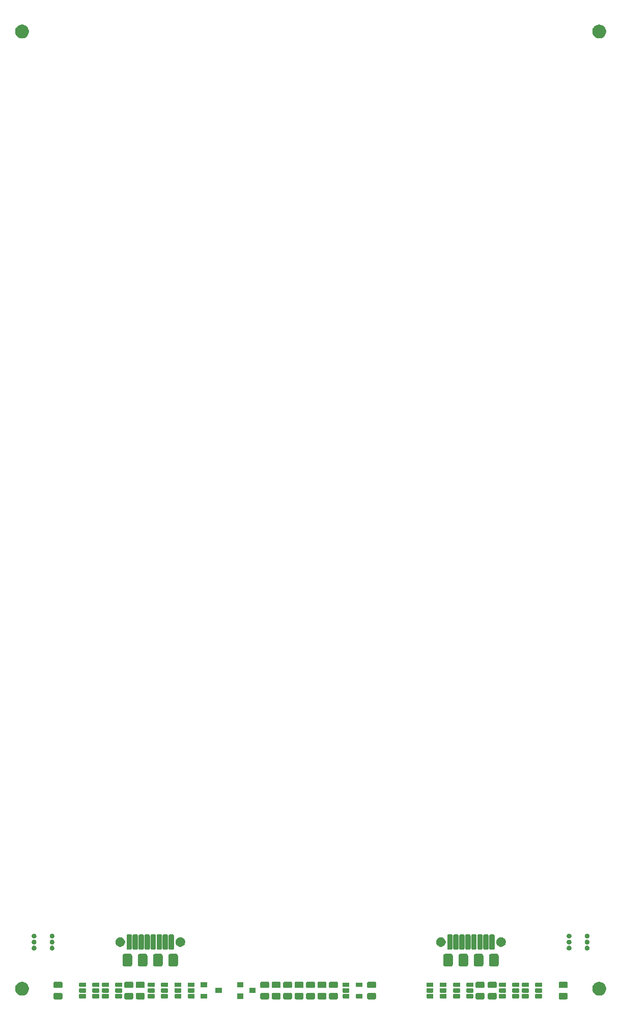
<source format=gbr>
G04 #@! TF.GenerationSoftware,KiCad,Pcbnew,(5.1.2)-2*
G04 #@! TF.CreationDate,2019-11-13T18:46:13+01:00*
G04 #@! TF.ProjectId,INTERFACE,494e5445-5246-4414-9345-2e6b69636164,rev?*
G04 #@! TF.SameCoordinates,Original*
G04 #@! TF.FileFunction,Soldermask,Top*
G04 #@! TF.FilePolarity,Negative*
%FSLAX46Y46*%
G04 Gerber Fmt 4.6, Leading zero omitted, Abs format (unit mm)*
G04 Created by KiCad (PCBNEW (5.1.2)-2) date 2019-11-13 18:46:13*
%MOMM*%
%LPD*%
G04 APERTURE LIST*
%ADD10C,0.100000*%
G04 APERTURE END LIST*
D10*
G36*
X72222120Y-111706034D02*
G01*
X72270079Y-111720582D01*
X72314268Y-111744201D01*
X72353007Y-111775993D01*
X72384799Y-111814732D01*
X72408418Y-111858921D01*
X72422966Y-111906880D01*
X72428000Y-111957983D01*
X72428000Y-112517017D01*
X72422966Y-112568120D01*
X72408418Y-112616079D01*
X72384799Y-112660268D01*
X72353007Y-112699007D01*
X72314268Y-112730799D01*
X72270079Y-112754418D01*
X72222120Y-112768966D01*
X72171017Y-112774000D01*
X71186983Y-112774000D01*
X71135880Y-112768966D01*
X71087921Y-112754418D01*
X71043732Y-112730799D01*
X71004993Y-112699007D01*
X70973201Y-112660268D01*
X70949582Y-112616079D01*
X70935034Y-112568120D01*
X70930000Y-112517017D01*
X70930000Y-111957983D01*
X70935034Y-111906880D01*
X70949582Y-111858921D01*
X70973201Y-111814732D01*
X71004993Y-111775993D01*
X71043732Y-111744201D01*
X71087921Y-111720582D01*
X71135880Y-111706034D01*
X71186983Y-111701000D01*
X72171017Y-111701000D01*
X72222120Y-111706034D01*
X72222120Y-111706034D01*
G37*
G36*
X130769120Y-111706034D02*
G01*
X130817079Y-111720582D01*
X130861268Y-111744201D01*
X130900007Y-111775993D01*
X130931799Y-111814732D01*
X130955418Y-111858921D01*
X130969966Y-111906880D01*
X130975000Y-111957983D01*
X130975000Y-112517017D01*
X130969966Y-112568120D01*
X130955418Y-112616079D01*
X130931799Y-112660268D01*
X130900007Y-112699007D01*
X130861268Y-112730799D01*
X130817079Y-112754418D01*
X130769120Y-112768966D01*
X130718017Y-112774000D01*
X129733983Y-112774000D01*
X129682880Y-112768966D01*
X129634921Y-112754418D01*
X129590732Y-112730799D01*
X129551993Y-112699007D01*
X129520201Y-112660268D01*
X129496582Y-112616079D01*
X129482034Y-112568120D01*
X129477000Y-112517017D01*
X129477000Y-111957983D01*
X129482034Y-111906880D01*
X129496582Y-111858921D01*
X129520201Y-111814732D01*
X129551993Y-111775993D01*
X129590732Y-111744201D01*
X129634921Y-111720582D01*
X129682880Y-111706034D01*
X129733983Y-111701000D01*
X130718017Y-111701000D01*
X130769120Y-111706034D01*
X130769120Y-111706034D01*
G37*
G36*
X58531520Y-111706034D02*
G01*
X58579479Y-111720582D01*
X58623668Y-111744201D01*
X58662407Y-111775993D01*
X58694199Y-111814732D01*
X58717818Y-111858921D01*
X58732366Y-111906880D01*
X58737400Y-111957983D01*
X58737400Y-112517017D01*
X58732366Y-112568120D01*
X58717818Y-112616079D01*
X58694199Y-112660268D01*
X58662407Y-112699007D01*
X58623668Y-112730799D01*
X58579479Y-112754418D01*
X58531520Y-112768966D01*
X58480417Y-112774000D01*
X57496383Y-112774000D01*
X57445280Y-112768966D01*
X57397321Y-112754418D01*
X57353132Y-112730799D01*
X57314393Y-112699007D01*
X57282601Y-112660268D01*
X57258982Y-112616079D01*
X57244434Y-112568120D01*
X57239400Y-112517017D01*
X57239400Y-111957983D01*
X57244434Y-111906880D01*
X57258982Y-111858921D01*
X57282601Y-111814732D01*
X57314393Y-111775993D01*
X57353132Y-111744201D01*
X57397321Y-111720582D01*
X57445280Y-111706034D01*
X57496383Y-111701000D01*
X58480417Y-111701000D01*
X58531520Y-111706034D01*
X58531520Y-111706034D01*
G37*
G36*
X142554720Y-111706034D02*
G01*
X142602679Y-111720582D01*
X142646868Y-111744201D01*
X142685607Y-111775993D01*
X142717399Y-111814732D01*
X142741018Y-111858921D01*
X142755566Y-111906880D01*
X142760600Y-111957983D01*
X142760600Y-112517017D01*
X142755566Y-112568120D01*
X142741018Y-112616079D01*
X142717399Y-112660268D01*
X142685607Y-112699007D01*
X142646868Y-112730799D01*
X142602679Y-112754418D01*
X142554720Y-112768966D01*
X142503617Y-112774000D01*
X141519583Y-112774000D01*
X141468480Y-112768966D01*
X141420521Y-112754418D01*
X141376332Y-112730799D01*
X141337593Y-112699007D01*
X141305801Y-112660268D01*
X141282182Y-112616079D01*
X141267634Y-112568120D01*
X141262600Y-112517017D01*
X141262600Y-111957983D01*
X141267634Y-111906880D01*
X141282182Y-111858921D01*
X141305801Y-111814732D01*
X141337593Y-111775993D01*
X141376332Y-111744201D01*
X141420521Y-111720582D01*
X141468480Y-111706034D01*
X141519583Y-111701000D01*
X142503617Y-111701000D01*
X142554720Y-111706034D01*
X142554720Y-111706034D01*
G37*
G36*
X92923120Y-111706034D02*
G01*
X92971079Y-111720582D01*
X93015268Y-111744201D01*
X93054007Y-111775993D01*
X93085799Y-111814732D01*
X93109418Y-111858921D01*
X93123966Y-111906880D01*
X93129000Y-111957983D01*
X93129000Y-112517017D01*
X93123966Y-112568120D01*
X93109418Y-112616079D01*
X93085799Y-112660268D01*
X93054007Y-112699007D01*
X93015268Y-112730799D01*
X92971079Y-112754418D01*
X92923120Y-112768966D01*
X92872017Y-112774000D01*
X91887983Y-112774000D01*
X91836880Y-112768966D01*
X91788921Y-112754418D01*
X91744732Y-112730799D01*
X91705993Y-112699007D01*
X91674201Y-112660268D01*
X91650582Y-112616079D01*
X91636034Y-112568120D01*
X91631000Y-112517017D01*
X91631000Y-111957983D01*
X91636034Y-111906880D01*
X91650582Y-111858921D01*
X91674201Y-111814732D01*
X91705993Y-111775993D01*
X91744732Y-111744201D01*
X91788921Y-111720582D01*
X91836880Y-111706034D01*
X91887983Y-111701000D01*
X92872017Y-111701000D01*
X92923120Y-111706034D01*
X92923120Y-111706034D01*
G37*
G36*
X104353120Y-111706034D02*
G01*
X104401079Y-111720582D01*
X104445268Y-111744201D01*
X104484007Y-111775993D01*
X104515799Y-111814732D01*
X104539418Y-111858921D01*
X104553966Y-111906880D01*
X104559000Y-111957983D01*
X104559000Y-112517017D01*
X104553966Y-112568120D01*
X104539418Y-112616079D01*
X104515799Y-112660268D01*
X104484007Y-112699007D01*
X104445268Y-112730799D01*
X104401079Y-112754418D01*
X104353120Y-112768966D01*
X104302017Y-112774000D01*
X103317983Y-112774000D01*
X103266880Y-112768966D01*
X103218921Y-112754418D01*
X103174732Y-112730799D01*
X103135993Y-112699007D01*
X103104201Y-112660268D01*
X103080582Y-112616079D01*
X103066034Y-112568120D01*
X103061000Y-112517017D01*
X103061000Y-111957983D01*
X103066034Y-111906880D01*
X103080582Y-111858921D01*
X103104201Y-111814732D01*
X103135993Y-111775993D01*
X103174732Y-111744201D01*
X103218921Y-111720582D01*
X103266880Y-111706034D01*
X103317983Y-111701000D01*
X104302017Y-111701000D01*
X104353120Y-111706034D01*
X104353120Y-111706034D01*
G37*
G36*
X98638120Y-111706034D02*
G01*
X98686079Y-111720582D01*
X98730268Y-111744201D01*
X98769007Y-111775993D01*
X98800799Y-111814732D01*
X98824418Y-111858921D01*
X98838966Y-111906880D01*
X98844000Y-111957983D01*
X98844000Y-112517017D01*
X98838966Y-112568120D01*
X98824418Y-112616079D01*
X98800799Y-112660268D01*
X98769007Y-112699007D01*
X98730268Y-112730799D01*
X98686079Y-112754418D01*
X98638120Y-112768966D01*
X98587017Y-112774000D01*
X97602983Y-112774000D01*
X97551880Y-112768966D01*
X97503921Y-112754418D01*
X97459732Y-112730799D01*
X97420993Y-112699007D01*
X97389201Y-112660268D01*
X97365582Y-112616079D01*
X97351034Y-112568120D01*
X97346000Y-112517017D01*
X97346000Y-111957983D01*
X97351034Y-111906880D01*
X97365582Y-111858921D01*
X97389201Y-111814732D01*
X97420993Y-111775993D01*
X97459732Y-111744201D01*
X97503921Y-111720582D01*
X97551880Y-111706034D01*
X97602983Y-111701000D01*
X98587017Y-111701000D01*
X98638120Y-111706034D01*
X98638120Y-111706034D01*
G37*
G36*
X70317120Y-111706034D02*
G01*
X70365079Y-111720582D01*
X70409268Y-111744201D01*
X70448007Y-111775993D01*
X70479799Y-111814732D01*
X70503418Y-111858921D01*
X70517966Y-111906880D01*
X70523000Y-111957983D01*
X70523000Y-112517017D01*
X70517966Y-112568120D01*
X70503418Y-112616079D01*
X70479799Y-112660268D01*
X70448007Y-112699007D01*
X70409268Y-112730799D01*
X70365079Y-112754418D01*
X70317120Y-112768966D01*
X70266017Y-112774000D01*
X69281983Y-112774000D01*
X69230880Y-112768966D01*
X69182921Y-112754418D01*
X69138732Y-112730799D01*
X69099993Y-112699007D01*
X69068201Y-112660268D01*
X69044582Y-112616079D01*
X69030034Y-112568120D01*
X69025000Y-112517017D01*
X69025000Y-111957983D01*
X69030034Y-111906880D01*
X69044582Y-111858921D01*
X69068201Y-111814732D01*
X69099993Y-111775993D01*
X69138732Y-111744201D01*
X69182921Y-111720582D01*
X69230880Y-111706034D01*
X69281983Y-111701000D01*
X70266017Y-111701000D01*
X70317120Y-111706034D01*
X70317120Y-111706034D01*
G37*
G36*
X100543120Y-111706034D02*
G01*
X100591079Y-111720582D01*
X100635268Y-111744201D01*
X100674007Y-111775993D01*
X100705799Y-111814732D01*
X100729418Y-111858921D01*
X100743966Y-111906880D01*
X100749000Y-111957983D01*
X100749000Y-112517017D01*
X100743966Y-112568120D01*
X100729418Y-112616079D01*
X100705799Y-112660268D01*
X100674007Y-112699007D01*
X100635268Y-112730799D01*
X100591079Y-112754418D01*
X100543120Y-112768966D01*
X100492017Y-112774000D01*
X99507983Y-112774000D01*
X99456880Y-112768966D01*
X99408921Y-112754418D01*
X99364732Y-112730799D01*
X99325993Y-112699007D01*
X99294201Y-112660268D01*
X99270582Y-112616079D01*
X99256034Y-112568120D01*
X99251000Y-112517017D01*
X99251000Y-111957983D01*
X99256034Y-111906880D01*
X99270582Y-111858921D01*
X99294201Y-111814732D01*
X99325993Y-111775993D01*
X99364732Y-111744201D01*
X99408921Y-111720582D01*
X99456880Y-111706034D01*
X99507983Y-111701000D01*
X100492017Y-111701000D01*
X100543120Y-111706034D01*
X100543120Y-111706034D01*
G37*
G36*
X94828120Y-111706034D02*
G01*
X94876079Y-111720582D01*
X94920268Y-111744201D01*
X94959007Y-111775993D01*
X94990799Y-111814732D01*
X95014418Y-111858921D01*
X95028966Y-111906880D01*
X95034000Y-111957983D01*
X95034000Y-112517017D01*
X95028966Y-112568120D01*
X95014418Y-112616079D01*
X94990799Y-112660268D01*
X94959007Y-112699007D01*
X94920268Y-112730799D01*
X94876079Y-112754418D01*
X94828120Y-112768966D01*
X94777017Y-112774000D01*
X93792983Y-112774000D01*
X93741880Y-112768966D01*
X93693921Y-112754418D01*
X93649732Y-112730799D01*
X93610993Y-112699007D01*
X93579201Y-112660268D01*
X93555582Y-112616079D01*
X93541034Y-112568120D01*
X93536000Y-112517017D01*
X93536000Y-111957983D01*
X93541034Y-111906880D01*
X93555582Y-111858921D01*
X93579201Y-111814732D01*
X93610993Y-111775993D01*
X93649732Y-111744201D01*
X93693921Y-111720582D01*
X93741880Y-111706034D01*
X93792983Y-111701000D01*
X94777017Y-111701000D01*
X94828120Y-111706034D01*
X94828120Y-111706034D01*
G37*
G36*
X102448120Y-111706034D02*
G01*
X102496079Y-111720582D01*
X102540268Y-111744201D01*
X102579007Y-111775993D01*
X102610799Y-111814732D01*
X102634418Y-111858921D01*
X102648966Y-111906880D01*
X102654000Y-111957983D01*
X102654000Y-112517017D01*
X102648966Y-112568120D01*
X102634418Y-112616079D01*
X102610799Y-112660268D01*
X102579007Y-112699007D01*
X102540268Y-112730799D01*
X102496079Y-112754418D01*
X102448120Y-112768966D01*
X102397017Y-112774000D01*
X101412983Y-112774000D01*
X101361880Y-112768966D01*
X101313921Y-112754418D01*
X101269732Y-112730799D01*
X101230993Y-112699007D01*
X101199201Y-112660268D01*
X101175582Y-112616079D01*
X101161034Y-112568120D01*
X101156000Y-112517017D01*
X101156000Y-111957983D01*
X101161034Y-111906880D01*
X101175582Y-111858921D01*
X101199201Y-111814732D01*
X101230993Y-111775993D01*
X101269732Y-111744201D01*
X101313921Y-111720582D01*
X101361880Y-111706034D01*
X101412983Y-111701000D01*
X102397017Y-111701000D01*
X102448120Y-111706034D01*
X102448120Y-111706034D01*
G37*
G36*
X96733120Y-111706034D02*
G01*
X96781079Y-111720582D01*
X96825268Y-111744201D01*
X96864007Y-111775993D01*
X96895799Y-111814732D01*
X96919418Y-111858921D01*
X96933966Y-111906880D01*
X96939000Y-111957983D01*
X96939000Y-112517017D01*
X96933966Y-112568120D01*
X96919418Y-112616079D01*
X96895799Y-112660268D01*
X96864007Y-112699007D01*
X96825268Y-112730799D01*
X96781079Y-112754418D01*
X96733120Y-112768966D01*
X96682017Y-112774000D01*
X95697983Y-112774000D01*
X95646880Y-112768966D01*
X95598921Y-112754418D01*
X95554732Y-112730799D01*
X95515993Y-112699007D01*
X95484201Y-112660268D01*
X95460582Y-112616079D01*
X95446034Y-112568120D01*
X95441000Y-112517017D01*
X95441000Y-111957983D01*
X95446034Y-111906880D01*
X95460582Y-111858921D01*
X95484201Y-111814732D01*
X95515993Y-111775993D01*
X95554732Y-111744201D01*
X95598921Y-111720582D01*
X95646880Y-111706034D01*
X95697983Y-111701000D01*
X96682017Y-111701000D01*
X96733120Y-111706034D01*
X96733120Y-111706034D01*
G37*
G36*
X110703120Y-111706034D02*
G01*
X110751079Y-111720582D01*
X110795268Y-111744201D01*
X110834007Y-111775993D01*
X110865799Y-111814732D01*
X110889418Y-111858921D01*
X110903966Y-111906880D01*
X110909000Y-111957983D01*
X110909000Y-112517017D01*
X110903966Y-112568120D01*
X110889418Y-112616079D01*
X110865799Y-112660268D01*
X110834007Y-112699007D01*
X110795268Y-112730799D01*
X110751079Y-112754418D01*
X110703120Y-112768966D01*
X110652017Y-112774000D01*
X109667983Y-112774000D01*
X109616880Y-112768966D01*
X109568921Y-112754418D01*
X109524732Y-112730799D01*
X109485993Y-112699007D01*
X109454201Y-112660268D01*
X109430582Y-112616079D01*
X109416034Y-112568120D01*
X109411000Y-112517017D01*
X109411000Y-111957983D01*
X109416034Y-111906880D01*
X109430582Y-111858921D01*
X109454201Y-111814732D01*
X109485993Y-111775993D01*
X109524732Y-111744201D01*
X109568921Y-111720582D01*
X109616880Y-111706034D01*
X109667983Y-111701000D01*
X110652017Y-111701000D01*
X110703120Y-111706034D01*
X110703120Y-111706034D01*
G37*
G36*
X128737120Y-111706034D02*
G01*
X128785079Y-111720582D01*
X128829268Y-111744201D01*
X128868007Y-111775993D01*
X128899799Y-111814732D01*
X128923418Y-111858921D01*
X128937966Y-111906880D01*
X128943000Y-111957983D01*
X128943000Y-112517017D01*
X128937966Y-112568120D01*
X128923418Y-112616079D01*
X128899799Y-112660268D01*
X128868007Y-112699007D01*
X128829268Y-112730799D01*
X128785079Y-112754418D01*
X128737120Y-112768966D01*
X128686017Y-112774000D01*
X127701983Y-112774000D01*
X127650880Y-112768966D01*
X127602921Y-112754418D01*
X127558732Y-112730799D01*
X127519993Y-112699007D01*
X127488201Y-112660268D01*
X127464582Y-112616079D01*
X127450034Y-112568120D01*
X127445000Y-112517017D01*
X127445000Y-111957983D01*
X127450034Y-111906880D01*
X127464582Y-111858921D01*
X127488201Y-111814732D01*
X127519993Y-111775993D01*
X127558732Y-111744201D01*
X127602921Y-111720582D01*
X127650880Y-111706034D01*
X127701983Y-111701000D01*
X128686017Y-111701000D01*
X128737120Y-111706034D01*
X128737120Y-111706034D01*
G37*
G36*
X88831000Y-112699000D02*
G01*
X87833000Y-112699000D01*
X87833000Y-111801000D01*
X88831000Y-111801000D01*
X88831000Y-112699000D01*
X88831000Y-112699000D01*
G37*
G36*
X82839000Y-112649000D02*
G01*
X81741000Y-112649000D01*
X81741000Y-111851000D01*
X82839000Y-111851000D01*
X82839000Y-112649000D01*
X82839000Y-112649000D01*
G37*
G36*
X126938519Y-111879472D02*
G01*
X126971233Y-111889396D01*
X127001383Y-111905511D01*
X127027805Y-111927195D01*
X127049489Y-111953617D01*
X127065604Y-111983767D01*
X127075528Y-112016481D01*
X127079000Y-112051732D01*
X127079000Y-112448268D01*
X127075528Y-112483519D01*
X127065604Y-112516233D01*
X127049489Y-112546383D01*
X127027805Y-112572805D01*
X127001383Y-112594489D01*
X126971233Y-112610604D01*
X126938519Y-112620528D01*
X126903268Y-112624000D01*
X126096732Y-112624000D01*
X126061481Y-112620528D01*
X126028767Y-112610604D01*
X125998617Y-112594489D01*
X125972195Y-112572805D01*
X125950511Y-112546383D01*
X125934396Y-112516233D01*
X125924472Y-112483519D01*
X125921000Y-112448268D01*
X125921000Y-112051732D01*
X125924472Y-112016481D01*
X125934396Y-111983767D01*
X125950511Y-111953617D01*
X125972195Y-111927195D01*
X125998617Y-111905511D01*
X126028767Y-111889396D01*
X126061481Y-111879472D01*
X126096732Y-111876000D01*
X126903268Y-111876000D01*
X126938519Y-111879472D01*
X126938519Y-111879472D01*
G37*
G36*
X106323519Y-111879472D02*
G01*
X106356233Y-111889396D01*
X106386383Y-111905511D01*
X106412805Y-111927195D01*
X106434489Y-111953617D01*
X106450604Y-111983767D01*
X106460528Y-112016481D01*
X106464000Y-112051732D01*
X106464000Y-112448268D01*
X106460528Y-112483519D01*
X106450604Y-112516233D01*
X106434489Y-112546383D01*
X106412805Y-112572805D01*
X106386383Y-112594489D01*
X106356233Y-112610604D01*
X106323519Y-112620528D01*
X106288268Y-112624000D01*
X105481732Y-112624000D01*
X105446481Y-112620528D01*
X105413767Y-112610604D01*
X105383617Y-112594489D01*
X105357195Y-112572805D01*
X105335511Y-112546383D01*
X105319396Y-112516233D01*
X105309472Y-112483519D01*
X105306000Y-112448268D01*
X105306000Y-112051732D01*
X105309472Y-112016481D01*
X105319396Y-111983767D01*
X105335511Y-111953617D01*
X105357195Y-111927195D01*
X105383617Y-111905511D01*
X105413767Y-111889396D01*
X105446481Y-111879472D01*
X105481732Y-111876000D01*
X106288268Y-111876000D01*
X106323519Y-111879472D01*
X106323519Y-111879472D01*
G37*
G36*
X122493519Y-111879472D02*
G01*
X122526233Y-111889396D01*
X122556383Y-111905511D01*
X122582805Y-111927195D01*
X122604489Y-111953617D01*
X122620604Y-111983767D01*
X122630528Y-112016481D01*
X122634000Y-112051732D01*
X122634000Y-112448268D01*
X122630528Y-112483519D01*
X122620604Y-112516233D01*
X122604489Y-112546383D01*
X122582805Y-112572805D01*
X122556383Y-112594489D01*
X122526233Y-112610604D01*
X122493519Y-112620528D01*
X122458268Y-112624000D01*
X121651732Y-112624000D01*
X121616481Y-112620528D01*
X121583767Y-112610604D01*
X121553617Y-112594489D01*
X121527195Y-112572805D01*
X121505511Y-112546383D01*
X121489396Y-112516233D01*
X121479472Y-112483519D01*
X121476000Y-112448268D01*
X121476000Y-112051732D01*
X121479472Y-112016481D01*
X121489396Y-111983767D01*
X121505511Y-111953617D01*
X121527195Y-111927195D01*
X121553617Y-111905511D01*
X121583767Y-111889396D01*
X121616481Y-111879472D01*
X121651732Y-111876000D01*
X122458268Y-111876000D01*
X122493519Y-111879472D01*
X122493519Y-111879472D01*
G37*
G36*
X120293519Y-111879472D02*
G01*
X120326233Y-111889396D01*
X120356383Y-111905511D01*
X120382805Y-111927195D01*
X120404489Y-111953617D01*
X120420604Y-111983767D01*
X120430528Y-112016481D01*
X120434000Y-112051732D01*
X120434000Y-112448268D01*
X120430528Y-112483519D01*
X120420604Y-112516233D01*
X120404489Y-112546383D01*
X120382805Y-112572805D01*
X120356383Y-112594489D01*
X120326233Y-112610604D01*
X120293519Y-112620528D01*
X120258268Y-112624000D01*
X119451732Y-112624000D01*
X119416481Y-112620528D01*
X119383767Y-112610604D01*
X119353617Y-112594489D01*
X119327195Y-112572805D01*
X119305511Y-112546383D01*
X119289396Y-112516233D01*
X119279472Y-112483519D01*
X119276000Y-112448268D01*
X119276000Y-112051732D01*
X119279472Y-112016481D01*
X119289396Y-111983767D01*
X119305511Y-111953617D01*
X119327195Y-111927195D01*
X119353617Y-111905511D01*
X119383767Y-111889396D01*
X119416481Y-111879472D01*
X119451732Y-111876000D01*
X120258268Y-111876000D01*
X120293519Y-111879472D01*
X120293519Y-111879472D01*
G37*
G36*
X108523519Y-111879472D02*
G01*
X108556233Y-111889396D01*
X108586383Y-111905511D01*
X108612805Y-111927195D01*
X108634489Y-111953617D01*
X108650604Y-111983767D01*
X108660528Y-112016481D01*
X108664000Y-112051732D01*
X108664000Y-112448268D01*
X108660528Y-112483519D01*
X108650604Y-112516233D01*
X108634489Y-112546383D01*
X108612805Y-112572805D01*
X108586383Y-112594489D01*
X108556233Y-112610604D01*
X108523519Y-112620528D01*
X108488268Y-112624000D01*
X107681732Y-112624000D01*
X107646481Y-112620528D01*
X107613767Y-112610604D01*
X107583617Y-112594489D01*
X107557195Y-112572805D01*
X107535511Y-112546383D01*
X107519396Y-112516233D01*
X107509472Y-112483519D01*
X107506000Y-112448268D01*
X107506000Y-112051732D01*
X107509472Y-112016481D01*
X107519396Y-111983767D01*
X107535511Y-111953617D01*
X107557195Y-111927195D01*
X107583617Y-111905511D01*
X107613767Y-111889396D01*
X107646481Y-111879472D01*
X107681732Y-111876000D01*
X108488268Y-111876000D01*
X108523519Y-111879472D01*
X108523519Y-111879472D01*
G37*
G36*
X80583519Y-111879472D02*
G01*
X80616233Y-111889396D01*
X80646383Y-111905511D01*
X80672805Y-111927195D01*
X80694489Y-111953617D01*
X80710604Y-111983767D01*
X80720528Y-112016481D01*
X80724000Y-112051732D01*
X80724000Y-112448268D01*
X80720528Y-112483519D01*
X80710604Y-112516233D01*
X80694489Y-112546383D01*
X80672805Y-112572805D01*
X80646383Y-112594489D01*
X80616233Y-112610604D01*
X80583519Y-112620528D01*
X80548268Y-112624000D01*
X79741732Y-112624000D01*
X79706481Y-112620528D01*
X79673767Y-112610604D01*
X79643617Y-112594489D01*
X79617195Y-112572805D01*
X79595511Y-112546383D01*
X79579396Y-112516233D01*
X79569472Y-112483519D01*
X79566000Y-112448268D01*
X79566000Y-112051732D01*
X79569472Y-112016481D01*
X79579396Y-111983767D01*
X79595511Y-111953617D01*
X79617195Y-111927195D01*
X79643617Y-111905511D01*
X79673767Y-111889396D01*
X79706481Y-111879472D01*
X79741732Y-111876000D01*
X80548268Y-111876000D01*
X80583519Y-111879472D01*
X80583519Y-111879472D01*
G37*
G36*
X64708519Y-111879472D02*
G01*
X64741233Y-111889396D01*
X64771383Y-111905511D01*
X64797805Y-111927195D01*
X64819489Y-111953617D01*
X64835604Y-111983767D01*
X64845528Y-112016481D01*
X64849000Y-112051732D01*
X64849000Y-112448268D01*
X64845528Y-112483519D01*
X64835604Y-112516233D01*
X64819489Y-112546383D01*
X64797805Y-112572805D01*
X64771383Y-112594489D01*
X64741233Y-112610604D01*
X64708519Y-112620528D01*
X64673268Y-112624000D01*
X63866732Y-112624000D01*
X63831481Y-112620528D01*
X63798767Y-112610604D01*
X63768617Y-112594489D01*
X63742195Y-112572805D01*
X63720511Y-112546383D01*
X63704396Y-112516233D01*
X63694472Y-112483519D01*
X63691000Y-112448268D01*
X63691000Y-112051732D01*
X63694472Y-112016481D01*
X63704396Y-111983767D01*
X63720511Y-111953617D01*
X63742195Y-111927195D01*
X63768617Y-111905511D01*
X63798767Y-111889396D01*
X63831481Y-111879472D01*
X63866732Y-111876000D01*
X64673268Y-111876000D01*
X64708519Y-111879472D01*
X64708519Y-111879472D01*
G37*
G36*
X62508519Y-111879472D02*
G01*
X62541233Y-111889396D01*
X62571383Y-111905511D01*
X62597805Y-111927195D01*
X62619489Y-111953617D01*
X62635604Y-111983767D01*
X62645528Y-112016481D01*
X62649000Y-112051732D01*
X62649000Y-112448268D01*
X62645528Y-112483519D01*
X62635604Y-112516233D01*
X62619489Y-112546383D01*
X62597805Y-112572805D01*
X62571383Y-112594489D01*
X62541233Y-112610604D01*
X62508519Y-112620528D01*
X62473268Y-112624000D01*
X61666732Y-112624000D01*
X61631481Y-112620528D01*
X61598767Y-112610604D01*
X61568617Y-112594489D01*
X61542195Y-112572805D01*
X61520511Y-112546383D01*
X61504396Y-112516233D01*
X61494472Y-112483519D01*
X61491000Y-112448268D01*
X61491000Y-112051732D01*
X61494472Y-112016481D01*
X61504396Y-111983767D01*
X61520511Y-111953617D01*
X61542195Y-111927195D01*
X61568617Y-111905511D01*
X61598767Y-111889396D01*
X61631481Y-111879472D01*
X61666732Y-111876000D01*
X62473268Y-111876000D01*
X62508519Y-111879472D01*
X62508519Y-111879472D01*
G37*
G36*
X78383519Y-111879472D02*
G01*
X78416233Y-111889396D01*
X78446383Y-111905511D01*
X78472805Y-111927195D01*
X78494489Y-111953617D01*
X78510604Y-111983767D01*
X78520528Y-112016481D01*
X78524000Y-112051732D01*
X78524000Y-112448268D01*
X78520528Y-112483519D01*
X78510604Y-112516233D01*
X78494489Y-112546383D01*
X78472805Y-112572805D01*
X78446383Y-112594489D01*
X78416233Y-112610604D01*
X78383519Y-112620528D01*
X78348268Y-112624000D01*
X77541732Y-112624000D01*
X77506481Y-112620528D01*
X77473767Y-112610604D01*
X77443617Y-112594489D01*
X77417195Y-112572805D01*
X77395511Y-112546383D01*
X77379396Y-112516233D01*
X77369472Y-112483519D01*
X77366000Y-112448268D01*
X77366000Y-112051732D01*
X77369472Y-112016481D01*
X77379396Y-111983767D01*
X77395511Y-111953617D01*
X77417195Y-111927195D01*
X77443617Y-111905511D01*
X77473767Y-111889396D01*
X77506481Y-111879472D01*
X77541732Y-111876000D01*
X78348268Y-111876000D01*
X78383519Y-111879472D01*
X78383519Y-111879472D01*
G37*
G36*
X76138519Y-111879472D02*
G01*
X76171233Y-111889396D01*
X76201383Y-111905511D01*
X76227805Y-111927195D01*
X76249489Y-111953617D01*
X76265604Y-111983767D01*
X76275528Y-112016481D01*
X76279000Y-112051732D01*
X76279000Y-112448268D01*
X76275528Y-112483519D01*
X76265604Y-112516233D01*
X76249489Y-112546383D01*
X76227805Y-112572805D01*
X76201383Y-112594489D01*
X76171233Y-112610604D01*
X76138519Y-112620528D01*
X76103268Y-112624000D01*
X75296732Y-112624000D01*
X75261481Y-112620528D01*
X75228767Y-112610604D01*
X75198617Y-112594489D01*
X75172195Y-112572805D01*
X75150511Y-112546383D01*
X75134396Y-112516233D01*
X75124472Y-112483519D01*
X75121000Y-112448268D01*
X75121000Y-112051732D01*
X75124472Y-112016481D01*
X75134396Y-111983767D01*
X75150511Y-111953617D01*
X75172195Y-111927195D01*
X75198617Y-111905511D01*
X75228767Y-111889396D01*
X75261481Y-111879472D01*
X75296732Y-111876000D01*
X76103268Y-111876000D01*
X76138519Y-111879472D01*
X76138519Y-111879472D01*
G37*
G36*
X73938519Y-111879472D02*
G01*
X73971233Y-111889396D01*
X74001383Y-111905511D01*
X74027805Y-111927195D01*
X74049489Y-111953617D01*
X74065604Y-111983767D01*
X74075528Y-112016481D01*
X74079000Y-112051732D01*
X74079000Y-112448268D01*
X74075528Y-112483519D01*
X74065604Y-112516233D01*
X74049489Y-112546383D01*
X74027805Y-112572805D01*
X74001383Y-112594489D01*
X73971233Y-112610604D01*
X73938519Y-112620528D01*
X73903268Y-112624000D01*
X73096732Y-112624000D01*
X73061481Y-112620528D01*
X73028767Y-112610604D01*
X72998617Y-112594489D01*
X72972195Y-112572805D01*
X72950511Y-112546383D01*
X72934396Y-112516233D01*
X72924472Y-112483519D01*
X72921000Y-112448268D01*
X72921000Y-112051732D01*
X72924472Y-112016481D01*
X72934396Y-111983767D01*
X72950511Y-111953617D01*
X72972195Y-111927195D01*
X72998617Y-111905511D01*
X73028767Y-111889396D01*
X73061481Y-111879472D01*
X73096732Y-111876000D01*
X73903268Y-111876000D01*
X73938519Y-111879472D01*
X73938519Y-111879472D01*
G37*
G36*
X68518519Y-111879472D02*
G01*
X68551233Y-111889396D01*
X68581383Y-111905511D01*
X68607805Y-111927195D01*
X68629489Y-111953617D01*
X68645604Y-111983767D01*
X68655528Y-112016481D01*
X68659000Y-112051732D01*
X68659000Y-112448268D01*
X68655528Y-112483519D01*
X68645604Y-112516233D01*
X68629489Y-112546383D01*
X68607805Y-112572805D01*
X68581383Y-112594489D01*
X68551233Y-112610604D01*
X68518519Y-112620528D01*
X68483268Y-112624000D01*
X67676732Y-112624000D01*
X67641481Y-112620528D01*
X67608767Y-112610604D01*
X67578617Y-112594489D01*
X67552195Y-112572805D01*
X67530511Y-112546383D01*
X67514396Y-112516233D01*
X67504472Y-112483519D01*
X67501000Y-112448268D01*
X67501000Y-112051732D01*
X67504472Y-112016481D01*
X67514396Y-111983767D01*
X67530511Y-111953617D01*
X67552195Y-111927195D01*
X67578617Y-111905511D01*
X67608767Y-111889396D01*
X67641481Y-111879472D01*
X67676732Y-111876000D01*
X68483268Y-111876000D01*
X68518519Y-111879472D01*
X68518519Y-111879472D01*
G37*
G36*
X66318519Y-111879472D02*
G01*
X66351233Y-111889396D01*
X66381383Y-111905511D01*
X66407805Y-111927195D01*
X66429489Y-111953617D01*
X66445604Y-111983767D01*
X66455528Y-112016481D01*
X66459000Y-112051732D01*
X66459000Y-112448268D01*
X66455528Y-112483519D01*
X66445604Y-112516233D01*
X66429489Y-112546383D01*
X66407805Y-112572805D01*
X66381383Y-112594489D01*
X66351233Y-112610604D01*
X66318519Y-112620528D01*
X66283268Y-112624000D01*
X65476732Y-112624000D01*
X65441481Y-112620528D01*
X65408767Y-112610604D01*
X65378617Y-112594489D01*
X65352195Y-112572805D01*
X65330511Y-112546383D01*
X65314396Y-112516233D01*
X65304472Y-112483519D01*
X65301000Y-112448268D01*
X65301000Y-112051732D01*
X65304472Y-112016481D01*
X65314396Y-111983767D01*
X65330511Y-111953617D01*
X65352195Y-111927195D01*
X65378617Y-111905511D01*
X65408767Y-111889396D01*
X65441481Y-111879472D01*
X65476732Y-111876000D01*
X66283268Y-111876000D01*
X66318519Y-111879472D01*
X66318519Y-111879472D01*
G37*
G36*
X136168519Y-111879472D02*
G01*
X136201233Y-111889396D01*
X136231383Y-111905511D01*
X136257805Y-111927195D01*
X136279489Y-111953617D01*
X136295604Y-111983767D01*
X136305528Y-112016481D01*
X136309000Y-112051732D01*
X136309000Y-112448268D01*
X136305528Y-112483519D01*
X136295604Y-112516233D01*
X136279489Y-112546383D01*
X136257805Y-112572805D01*
X136231383Y-112594489D01*
X136201233Y-112610604D01*
X136168519Y-112620528D01*
X136133268Y-112624000D01*
X135326732Y-112624000D01*
X135291481Y-112620528D01*
X135258767Y-112610604D01*
X135228617Y-112594489D01*
X135202195Y-112572805D01*
X135180511Y-112546383D01*
X135164396Y-112516233D01*
X135154472Y-112483519D01*
X135151000Y-112448268D01*
X135151000Y-112051732D01*
X135154472Y-112016481D01*
X135164396Y-111983767D01*
X135180511Y-111953617D01*
X135202195Y-111927195D01*
X135228617Y-111905511D01*
X135258767Y-111889396D01*
X135291481Y-111879472D01*
X135326732Y-111876000D01*
X136133268Y-111876000D01*
X136168519Y-111879472D01*
X136168519Y-111879472D01*
G37*
G36*
X134558519Y-111879472D02*
G01*
X134591233Y-111889396D01*
X134621383Y-111905511D01*
X134647805Y-111927195D01*
X134669489Y-111953617D01*
X134685604Y-111983767D01*
X134695528Y-112016481D01*
X134699000Y-112051732D01*
X134699000Y-112448268D01*
X134695528Y-112483519D01*
X134685604Y-112516233D01*
X134669489Y-112546383D01*
X134647805Y-112572805D01*
X134621383Y-112594489D01*
X134591233Y-112610604D01*
X134558519Y-112620528D01*
X134523268Y-112624000D01*
X133716732Y-112624000D01*
X133681481Y-112620528D01*
X133648767Y-112610604D01*
X133618617Y-112594489D01*
X133592195Y-112572805D01*
X133570511Y-112546383D01*
X133554396Y-112516233D01*
X133544472Y-112483519D01*
X133541000Y-112448268D01*
X133541000Y-112051732D01*
X133544472Y-112016481D01*
X133554396Y-111983767D01*
X133570511Y-111953617D01*
X133592195Y-111927195D01*
X133618617Y-111905511D01*
X133648767Y-111889396D01*
X133681481Y-111879472D01*
X133716732Y-111876000D01*
X134523268Y-111876000D01*
X134558519Y-111879472D01*
X134558519Y-111879472D01*
G37*
G36*
X138368519Y-111879472D02*
G01*
X138401233Y-111889396D01*
X138431383Y-111905511D01*
X138457805Y-111927195D01*
X138479489Y-111953617D01*
X138495604Y-111983767D01*
X138505528Y-112016481D01*
X138509000Y-112051732D01*
X138509000Y-112448268D01*
X138505528Y-112483519D01*
X138495604Y-112516233D01*
X138479489Y-112546383D01*
X138457805Y-112572805D01*
X138431383Y-112594489D01*
X138401233Y-112610604D01*
X138368519Y-112620528D01*
X138333268Y-112624000D01*
X137526732Y-112624000D01*
X137491481Y-112620528D01*
X137458767Y-112610604D01*
X137428617Y-112594489D01*
X137402195Y-112572805D01*
X137380511Y-112546383D01*
X137364396Y-112516233D01*
X137354472Y-112483519D01*
X137351000Y-112448268D01*
X137351000Y-112051732D01*
X137354472Y-112016481D01*
X137364396Y-111983767D01*
X137380511Y-111953617D01*
X137402195Y-111927195D01*
X137428617Y-111905511D01*
X137458767Y-111889396D01*
X137491481Y-111879472D01*
X137526732Y-111876000D01*
X138333268Y-111876000D01*
X138368519Y-111879472D01*
X138368519Y-111879472D01*
G37*
G36*
X132358519Y-111879472D02*
G01*
X132391233Y-111889396D01*
X132421383Y-111905511D01*
X132447805Y-111927195D01*
X132469489Y-111953617D01*
X132485604Y-111983767D01*
X132495528Y-112016481D01*
X132499000Y-112051732D01*
X132499000Y-112448268D01*
X132495528Y-112483519D01*
X132485604Y-112516233D01*
X132469489Y-112546383D01*
X132447805Y-112572805D01*
X132421383Y-112594489D01*
X132391233Y-112610604D01*
X132358519Y-112620528D01*
X132323268Y-112624000D01*
X131516732Y-112624000D01*
X131481481Y-112620528D01*
X131448767Y-112610604D01*
X131418617Y-112594489D01*
X131392195Y-112572805D01*
X131370511Y-112546383D01*
X131354396Y-112516233D01*
X131344472Y-112483519D01*
X131341000Y-112448268D01*
X131341000Y-112051732D01*
X131344472Y-112016481D01*
X131354396Y-111983767D01*
X131370511Y-111953617D01*
X131392195Y-111927195D01*
X131418617Y-111905511D01*
X131448767Y-111889396D01*
X131481481Y-111879472D01*
X131516732Y-111876000D01*
X132323268Y-111876000D01*
X132358519Y-111879472D01*
X132358519Y-111879472D01*
G37*
G36*
X124738519Y-111879472D02*
G01*
X124771233Y-111889396D01*
X124801383Y-111905511D01*
X124827805Y-111927195D01*
X124849489Y-111953617D01*
X124865604Y-111983767D01*
X124875528Y-112016481D01*
X124879000Y-112051732D01*
X124879000Y-112448268D01*
X124875528Y-112483519D01*
X124865604Y-112516233D01*
X124849489Y-112546383D01*
X124827805Y-112572805D01*
X124801383Y-112594489D01*
X124771233Y-112610604D01*
X124738519Y-112620528D01*
X124703268Y-112624000D01*
X123896732Y-112624000D01*
X123861481Y-112620528D01*
X123828767Y-112610604D01*
X123798617Y-112594489D01*
X123772195Y-112572805D01*
X123750511Y-112546383D01*
X123734396Y-112516233D01*
X123724472Y-112483519D01*
X123721000Y-112448268D01*
X123721000Y-112051732D01*
X123724472Y-112016481D01*
X123734396Y-111983767D01*
X123750511Y-111953617D01*
X123772195Y-111927195D01*
X123798617Y-111905511D01*
X123828767Y-111889396D01*
X123861481Y-111879472D01*
X123896732Y-111876000D01*
X124703268Y-111876000D01*
X124738519Y-111879472D01*
X124738519Y-111879472D01*
G37*
G36*
X148335151Y-109895155D02*
G01*
X148544256Y-109981769D01*
X148732445Y-110107513D01*
X148892487Y-110267555D01*
X149018231Y-110455744D01*
X149104845Y-110664849D01*
X149149000Y-110886833D01*
X149149000Y-111113167D01*
X149104845Y-111335151D01*
X149018231Y-111544256D01*
X148892487Y-111732445D01*
X148732445Y-111892487D01*
X148544256Y-112018231D01*
X148335151Y-112104845D01*
X148113167Y-112149000D01*
X147886833Y-112149000D01*
X147664849Y-112104845D01*
X147455744Y-112018231D01*
X147267555Y-111892487D01*
X147107513Y-111732445D01*
X146981769Y-111544256D01*
X146895155Y-111335151D01*
X146851000Y-111113167D01*
X146851000Y-110886833D01*
X146895155Y-110664849D01*
X146981769Y-110455744D01*
X147107513Y-110267555D01*
X147267555Y-110107513D01*
X147455744Y-109981769D01*
X147664849Y-109895155D01*
X147886833Y-109851000D01*
X148113167Y-109851000D01*
X148335151Y-109895155D01*
X148335151Y-109895155D01*
G37*
G36*
X52335151Y-109895155D02*
G01*
X52544256Y-109981769D01*
X52732445Y-110107513D01*
X52892487Y-110267555D01*
X53018231Y-110455744D01*
X53104845Y-110664849D01*
X53149000Y-110886833D01*
X53149000Y-111113167D01*
X53104845Y-111335151D01*
X53018231Y-111544256D01*
X52892487Y-111732445D01*
X52732445Y-111892487D01*
X52544256Y-112018231D01*
X52335151Y-112104845D01*
X52113167Y-112149000D01*
X51886833Y-112149000D01*
X51664849Y-112104845D01*
X51455744Y-112018231D01*
X51267555Y-111892487D01*
X51107513Y-111732445D01*
X50981769Y-111544256D01*
X50895155Y-111335151D01*
X50851000Y-111113167D01*
X50851000Y-110886833D01*
X50895155Y-110664849D01*
X50981769Y-110455744D01*
X51107513Y-110267555D01*
X51267555Y-110107513D01*
X51455744Y-109981769D01*
X51664849Y-109895155D01*
X51886833Y-109851000D01*
X52113167Y-109851000D01*
X52335151Y-109895155D01*
X52335151Y-109895155D01*
G37*
G36*
X90831000Y-111749000D02*
G01*
X89833000Y-111749000D01*
X89833000Y-110851000D01*
X90831000Y-110851000D01*
X90831000Y-111749000D01*
X90831000Y-111749000D01*
G37*
G36*
X85239000Y-111699000D02*
G01*
X84141000Y-111699000D01*
X84141000Y-110901000D01*
X85239000Y-110901000D01*
X85239000Y-111699000D01*
X85239000Y-111699000D01*
G37*
G36*
X66318519Y-110929472D02*
G01*
X66351233Y-110939396D01*
X66381383Y-110955511D01*
X66407805Y-110977195D01*
X66429489Y-111003617D01*
X66445604Y-111033767D01*
X66455528Y-111066481D01*
X66459000Y-111101732D01*
X66459000Y-111498268D01*
X66455528Y-111533519D01*
X66445604Y-111566233D01*
X66429489Y-111596383D01*
X66407805Y-111622805D01*
X66381383Y-111644489D01*
X66351233Y-111660604D01*
X66318519Y-111670528D01*
X66283268Y-111674000D01*
X65476732Y-111674000D01*
X65441481Y-111670528D01*
X65408767Y-111660604D01*
X65378617Y-111644489D01*
X65352195Y-111622805D01*
X65330511Y-111596383D01*
X65314396Y-111566233D01*
X65304472Y-111533519D01*
X65301000Y-111498268D01*
X65301000Y-111101732D01*
X65304472Y-111066481D01*
X65314396Y-111033767D01*
X65330511Y-111003617D01*
X65352195Y-110977195D01*
X65378617Y-110955511D01*
X65408767Y-110939396D01*
X65441481Y-110929472D01*
X65476732Y-110926000D01*
X66283268Y-110926000D01*
X66318519Y-110929472D01*
X66318519Y-110929472D01*
G37*
G36*
X73938519Y-110929472D02*
G01*
X73971233Y-110939396D01*
X74001383Y-110955511D01*
X74027805Y-110977195D01*
X74049489Y-111003617D01*
X74065604Y-111033767D01*
X74075528Y-111066481D01*
X74079000Y-111101732D01*
X74079000Y-111498268D01*
X74075528Y-111533519D01*
X74065604Y-111566233D01*
X74049489Y-111596383D01*
X74027805Y-111622805D01*
X74001383Y-111644489D01*
X73971233Y-111660604D01*
X73938519Y-111670528D01*
X73903268Y-111674000D01*
X73096732Y-111674000D01*
X73061481Y-111670528D01*
X73028767Y-111660604D01*
X72998617Y-111644489D01*
X72972195Y-111622805D01*
X72950511Y-111596383D01*
X72934396Y-111566233D01*
X72924472Y-111533519D01*
X72921000Y-111498268D01*
X72921000Y-111101732D01*
X72924472Y-111066481D01*
X72934396Y-111033767D01*
X72950511Y-111003617D01*
X72972195Y-110977195D01*
X72998617Y-110955511D01*
X73028767Y-110939396D01*
X73061481Y-110929472D01*
X73096732Y-110926000D01*
X73903268Y-110926000D01*
X73938519Y-110929472D01*
X73938519Y-110929472D01*
G37*
G36*
X138368519Y-110929472D02*
G01*
X138401233Y-110939396D01*
X138431383Y-110955511D01*
X138457805Y-110977195D01*
X138479489Y-111003617D01*
X138495604Y-111033767D01*
X138505528Y-111066481D01*
X138509000Y-111101732D01*
X138509000Y-111498268D01*
X138505528Y-111533519D01*
X138495604Y-111566233D01*
X138479489Y-111596383D01*
X138457805Y-111622805D01*
X138431383Y-111644489D01*
X138401233Y-111660604D01*
X138368519Y-111670528D01*
X138333268Y-111674000D01*
X137526732Y-111674000D01*
X137491481Y-111670528D01*
X137458767Y-111660604D01*
X137428617Y-111644489D01*
X137402195Y-111622805D01*
X137380511Y-111596383D01*
X137364396Y-111566233D01*
X137354472Y-111533519D01*
X137351000Y-111498268D01*
X137351000Y-111101732D01*
X137354472Y-111066481D01*
X137364396Y-111033767D01*
X137380511Y-111003617D01*
X137402195Y-110977195D01*
X137428617Y-110955511D01*
X137458767Y-110939396D01*
X137491481Y-110929472D01*
X137526732Y-110926000D01*
X138333268Y-110926000D01*
X138368519Y-110929472D01*
X138368519Y-110929472D01*
G37*
G36*
X136168519Y-110929472D02*
G01*
X136201233Y-110939396D01*
X136231383Y-110955511D01*
X136257805Y-110977195D01*
X136279489Y-111003617D01*
X136295604Y-111033767D01*
X136305528Y-111066481D01*
X136309000Y-111101732D01*
X136309000Y-111498268D01*
X136305528Y-111533519D01*
X136295604Y-111566233D01*
X136279489Y-111596383D01*
X136257805Y-111622805D01*
X136231383Y-111644489D01*
X136201233Y-111660604D01*
X136168519Y-111670528D01*
X136133268Y-111674000D01*
X135326732Y-111674000D01*
X135291481Y-111670528D01*
X135258767Y-111660604D01*
X135228617Y-111644489D01*
X135202195Y-111622805D01*
X135180511Y-111596383D01*
X135164396Y-111566233D01*
X135154472Y-111533519D01*
X135151000Y-111498268D01*
X135151000Y-111101732D01*
X135154472Y-111066481D01*
X135164396Y-111033767D01*
X135180511Y-111003617D01*
X135202195Y-110977195D01*
X135228617Y-110955511D01*
X135258767Y-110939396D01*
X135291481Y-110929472D01*
X135326732Y-110926000D01*
X136133268Y-110926000D01*
X136168519Y-110929472D01*
X136168519Y-110929472D01*
G37*
G36*
X78383519Y-110929472D02*
G01*
X78416233Y-110939396D01*
X78446383Y-110955511D01*
X78472805Y-110977195D01*
X78494489Y-111003617D01*
X78510604Y-111033767D01*
X78520528Y-111066481D01*
X78524000Y-111101732D01*
X78524000Y-111498268D01*
X78520528Y-111533519D01*
X78510604Y-111566233D01*
X78494489Y-111596383D01*
X78472805Y-111622805D01*
X78446383Y-111644489D01*
X78416233Y-111660604D01*
X78383519Y-111670528D01*
X78348268Y-111674000D01*
X77541732Y-111674000D01*
X77506481Y-111670528D01*
X77473767Y-111660604D01*
X77443617Y-111644489D01*
X77417195Y-111622805D01*
X77395511Y-111596383D01*
X77379396Y-111566233D01*
X77369472Y-111533519D01*
X77366000Y-111498268D01*
X77366000Y-111101732D01*
X77369472Y-111066481D01*
X77379396Y-111033767D01*
X77395511Y-111003617D01*
X77417195Y-110977195D01*
X77443617Y-110955511D01*
X77473767Y-110939396D01*
X77506481Y-110929472D01*
X77541732Y-110926000D01*
X78348268Y-110926000D01*
X78383519Y-110929472D01*
X78383519Y-110929472D01*
G37*
G36*
X120293519Y-110929472D02*
G01*
X120326233Y-110939396D01*
X120356383Y-110955511D01*
X120382805Y-110977195D01*
X120404489Y-111003617D01*
X120420604Y-111033767D01*
X120430528Y-111066481D01*
X120434000Y-111101732D01*
X120434000Y-111498268D01*
X120430528Y-111533519D01*
X120420604Y-111566233D01*
X120404489Y-111596383D01*
X120382805Y-111622805D01*
X120356383Y-111644489D01*
X120326233Y-111660604D01*
X120293519Y-111670528D01*
X120258268Y-111674000D01*
X119451732Y-111674000D01*
X119416481Y-111670528D01*
X119383767Y-111660604D01*
X119353617Y-111644489D01*
X119327195Y-111622805D01*
X119305511Y-111596383D01*
X119289396Y-111566233D01*
X119279472Y-111533519D01*
X119276000Y-111498268D01*
X119276000Y-111101732D01*
X119279472Y-111066481D01*
X119289396Y-111033767D01*
X119305511Y-111003617D01*
X119327195Y-110977195D01*
X119353617Y-110955511D01*
X119383767Y-110939396D01*
X119416481Y-110929472D01*
X119451732Y-110926000D01*
X120258268Y-110926000D01*
X120293519Y-110929472D01*
X120293519Y-110929472D01*
G37*
G36*
X64708519Y-110929472D02*
G01*
X64741233Y-110939396D01*
X64771383Y-110955511D01*
X64797805Y-110977195D01*
X64819489Y-111003617D01*
X64835604Y-111033767D01*
X64845528Y-111066481D01*
X64849000Y-111101732D01*
X64849000Y-111498268D01*
X64845528Y-111533519D01*
X64835604Y-111566233D01*
X64819489Y-111596383D01*
X64797805Y-111622805D01*
X64771383Y-111644489D01*
X64741233Y-111660604D01*
X64708519Y-111670528D01*
X64673268Y-111674000D01*
X63866732Y-111674000D01*
X63831481Y-111670528D01*
X63798767Y-111660604D01*
X63768617Y-111644489D01*
X63742195Y-111622805D01*
X63720511Y-111596383D01*
X63704396Y-111566233D01*
X63694472Y-111533519D01*
X63691000Y-111498268D01*
X63691000Y-111101732D01*
X63694472Y-111066481D01*
X63704396Y-111033767D01*
X63720511Y-111003617D01*
X63742195Y-110977195D01*
X63768617Y-110955511D01*
X63798767Y-110939396D01*
X63831481Y-110929472D01*
X63866732Y-110926000D01*
X64673268Y-110926000D01*
X64708519Y-110929472D01*
X64708519Y-110929472D01*
G37*
G36*
X134558519Y-110929472D02*
G01*
X134591233Y-110939396D01*
X134621383Y-110955511D01*
X134647805Y-110977195D01*
X134669489Y-111003617D01*
X134685604Y-111033767D01*
X134695528Y-111066481D01*
X134699000Y-111101732D01*
X134699000Y-111498268D01*
X134695528Y-111533519D01*
X134685604Y-111566233D01*
X134669489Y-111596383D01*
X134647805Y-111622805D01*
X134621383Y-111644489D01*
X134591233Y-111660604D01*
X134558519Y-111670528D01*
X134523268Y-111674000D01*
X133716732Y-111674000D01*
X133681481Y-111670528D01*
X133648767Y-111660604D01*
X133618617Y-111644489D01*
X133592195Y-111622805D01*
X133570511Y-111596383D01*
X133554396Y-111566233D01*
X133544472Y-111533519D01*
X133541000Y-111498268D01*
X133541000Y-111101732D01*
X133544472Y-111066481D01*
X133554396Y-111033767D01*
X133570511Y-111003617D01*
X133592195Y-110977195D01*
X133618617Y-110955511D01*
X133648767Y-110939396D01*
X133681481Y-110929472D01*
X133716732Y-110926000D01*
X134523268Y-110926000D01*
X134558519Y-110929472D01*
X134558519Y-110929472D01*
G37*
G36*
X132358519Y-110929472D02*
G01*
X132391233Y-110939396D01*
X132421383Y-110955511D01*
X132447805Y-110977195D01*
X132469489Y-111003617D01*
X132485604Y-111033767D01*
X132495528Y-111066481D01*
X132499000Y-111101732D01*
X132499000Y-111498268D01*
X132495528Y-111533519D01*
X132485604Y-111566233D01*
X132469489Y-111596383D01*
X132447805Y-111622805D01*
X132421383Y-111644489D01*
X132391233Y-111660604D01*
X132358519Y-111670528D01*
X132323268Y-111674000D01*
X131516732Y-111674000D01*
X131481481Y-111670528D01*
X131448767Y-111660604D01*
X131418617Y-111644489D01*
X131392195Y-111622805D01*
X131370511Y-111596383D01*
X131354396Y-111566233D01*
X131344472Y-111533519D01*
X131341000Y-111498268D01*
X131341000Y-111101732D01*
X131344472Y-111066481D01*
X131354396Y-111033767D01*
X131370511Y-111003617D01*
X131392195Y-110977195D01*
X131418617Y-110955511D01*
X131448767Y-110939396D01*
X131481481Y-110929472D01*
X131516732Y-110926000D01*
X132323268Y-110926000D01*
X132358519Y-110929472D01*
X132358519Y-110929472D01*
G37*
G36*
X62508519Y-110929472D02*
G01*
X62541233Y-110939396D01*
X62571383Y-110955511D01*
X62597805Y-110977195D01*
X62619489Y-111003617D01*
X62635604Y-111033767D01*
X62645528Y-111066481D01*
X62649000Y-111101732D01*
X62649000Y-111498268D01*
X62645528Y-111533519D01*
X62635604Y-111566233D01*
X62619489Y-111596383D01*
X62597805Y-111622805D01*
X62571383Y-111644489D01*
X62541233Y-111660604D01*
X62508519Y-111670528D01*
X62473268Y-111674000D01*
X61666732Y-111674000D01*
X61631481Y-111670528D01*
X61598767Y-111660604D01*
X61568617Y-111644489D01*
X61542195Y-111622805D01*
X61520511Y-111596383D01*
X61504396Y-111566233D01*
X61494472Y-111533519D01*
X61491000Y-111498268D01*
X61491000Y-111101732D01*
X61494472Y-111066481D01*
X61504396Y-111033767D01*
X61520511Y-111003617D01*
X61542195Y-110977195D01*
X61568617Y-110955511D01*
X61598767Y-110939396D01*
X61631481Y-110929472D01*
X61666732Y-110926000D01*
X62473268Y-110926000D01*
X62508519Y-110929472D01*
X62508519Y-110929472D01*
G37*
G36*
X122493519Y-110929472D02*
G01*
X122526233Y-110939396D01*
X122556383Y-110955511D01*
X122582805Y-110977195D01*
X122604489Y-111003617D01*
X122620604Y-111033767D01*
X122630528Y-111066481D01*
X122634000Y-111101732D01*
X122634000Y-111498268D01*
X122630528Y-111533519D01*
X122620604Y-111566233D01*
X122604489Y-111596383D01*
X122582805Y-111622805D01*
X122556383Y-111644489D01*
X122526233Y-111660604D01*
X122493519Y-111670528D01*
X122458268Y-111674000D01*
X121651732Y-111674000D01*
X121616481Y-111670528D01*
X121583767Y-111660604D01*
X121553617Y-111644489D01*
X121527195Y-111622805D01*
X121505511Y-111596383D01*
X121489396Y-111566233D01*
X121479472Y-111533519D01*
X121476000Y-111498268D01*
X121476000Y-111101732D01*
X121479472Y-111066481D01*
X121489396Y-111033767D01*
X121505511Y-111003617D01*
X121527195Y-110977195D01*
X121553617Y-110955511D01*
X121583767Y-110939396D01*
X121616481Y-110929472D01*
X121651732Y-110926000D01*
X122458268Y-110926000D01*
X122493519Y-110929472D01*
X122493519Y-110929472D01*
G37*
G36*
X126938519Y-110929472D02*
G01*
X126971233Y-110939396D01*
X127001383Y-110955511D01*
X127027805Y-110977195D01*
X127049489Y-111003617D01*
X127065604Y-111033767D01*
X127075528Y-111066481D01*
X127079000Y-111101732D01*
X127079000Y-111498268D01*
X127075528Y-111533519D01*
X127065604Y-111566233D01*
X127049489Y-111596383D01*
X127027805Y-111622805D01*
X127001383Y-111644489D01*
X126971233Y-111660604D01*
X126938519Y-111670528D01*
X126903268Y-111674000D01*
X126096732Y-111674000D01*
X126061481Y-111670528D01*
X126028767Y-111660604D01*
X125998617Y-111644489D01*
X125972195Y-111622805D01*
X125950511Y-111596383D01*
X125934396Y-111566233D01*
X125924472Y-111533519D01*
X125921000Y-111498268D01*
X125921000Y-111101732D01*
X125924472Y-111066481D01*
X125934396Y-111033767D01*
X125950511Y-111003617D01*
X125972195Y-110977195D01*
X125998617Y-110955511D01*
X126028767Y-110939396D01*
X126061481Y-110929472D01*
X126096732Y-110926000D01*
X126903268Y-110926000D01*
X126938519Y-110929472D01*
X126938519Y-110929472D01*
G37*
G36*
X106323519Y-110929472D02*
G01*
X106356233Y-110939396D01*
X106386383Y-110955511D01*
X106412805Y-110977195D01*
X106434489Y-111003617D01*
X106450604Y-111033767D01*
X106460528Y-111066481D01*
X106464000Y-111101732D01*
X106464000Y-111498268D01*
X106460528Y-111533519D01*
X106450604Y-111566233D01*
X106434489Y-111596383D01*
X106412805Y-111622805D01*
X106386383Y-111644489D01*
X106356233Y-111660604D01*
X106323519Y-111670528D01*
X106288268Y-111674000D01*
X105481732Y-111674000D01*
X105446481Y-111670528D01*
X105413767Y-111660604D01*
X105383617Y-111644489D01*
X105357195Y-111622805D01*
X105335511Y-111596383D01*
X105319396Y-111566233D01*
X105309472Y-111533519D01*
X105306000Y-111498268D01*
X105306000Y-111101732D01*
X105309472Y-111066481D01*
X105319396Y-111033767D01*
X105335511Y-111003617D01*
X105357195Y-110977195D01*
X105383617Y-110955511D01*
X105413767Y-110939396D01*
X105446481Y-110929472D01*
X105481732Y-110926000D01*
X106288268Y-110926000D01*
X106323519Y-110929472D01*
X106323519Y-110929472D01*
G37*
G36*
X124738519Y-110929472D02*
G01*
X124771233Y-110939396D01*
X124801383Y-110955511D01*
X124827805Y-110977195D01*
X124849489Y-111003617D01*
X124865604Y-111033767D01*
X124875528Y-111066481D01*
X124879000Y-111101732D01*
X124879000Y-111498268D01*
X124875528Y-111533519D01*
X124865604Y-111566233D01*
X124849489Y-111596383D01*
X124827805Y-111622805D01*
X124801383Y-111644489D01*
X124771233Y-111660604D01*
X124738519Y-111670528D01*
X124703268Y-111674000D01*
X123896732Y-111674000D01*
X123861481Y-111670528D01*
X123828767Y-111660604D01*
X123798617Y-111644489D01*
X123772195Y-111622805D01*
X123750511Y-111596383D01*
X123734396Y-111566233D01*
X123724472Y-111533519D01*
X123721000Y-111498268D01*
X123721000Y-111101732D01*
X123724472Y-111066481D01*
X123734396Y-111033767D01*
X123750511Y-111003617D01*
X123772195Y-110977195D01*
X123798617Y-110955511D01*
X123828767Y-110939396D01*
X123861481Y-110929472D01*
X123896732Y-110926000D01*
X124703268Y-110926000D01*
X124738519Y-110929472D01*
X124738519Y-110929472D01*
G37*
G36*
X76138519Y-110929472D02*
G01*
X76171233Y-110939396D01*
X76201383Y-110955511D01*
X76227805Y-110977195D01*
X76249489Y-111003617D01*
X76265604Y-111033767D01*
X76275528Y-111066481D01*
X76279000Y-111101732D01*
X76279000Y-111498268D01*
X76275528Y-111533519D01*
X76265604Y-111566233D01*
X76249489Y-111596383D01*
X76227805Y-111622805D01*
X76201383Y-111644489D01*
X76171233Y-111660604D01*
X76138519Y-111670528D01*
X76103268Y-111674000D01*
X75296732Y-111674000D01*
X75261481Y-111670528D01*
X75228767Y-111660604D01*
X75198617Y-111644489D01*
X75172195Y-111622805D01*
X75150511Y-111596383D01*
X75134396Y-111566233D01*
X75124472Y-111533519D01*
X75121000Y-111498268D01*
X75121000Y-111101732D01*
X75124472Y-111066481D01*
X75134396Y-111033767D01*
X75150511Y-111003617D01*
X75172195Y-110977195D01*
X75198617Y-110955511D01*
X75228767Y-110939396D01*
X75261481Y-110929472D01*
X75296732Y-110926000D01*
X76103268Y-110926000D01*
X76138519Y-110929472D01*
X76138519Y-110929472D01*
G37*
G36*
X80583519Y-110929472D02*
G01*
X80616233Y-110939396D01*
X80646383Y-110955511D01*
X80672805Y-110977195D01*
X80694489Y-111003617D01*
X80710604Y-111033767D01*
X80720528Y-111066481D01*
X80724000Y-111101732D01*
X80724000Y-111498268D01*
X80720528Y-111533519D01*
X80710604Y-111566233D01*
X80694489Y-111596383D01*
X80672805Y-111622805D01*
X80646383Y-111644489D01*
X80616233Y-111660604D01*
X80583519Y-111670528D01*
X80548268Y-111674000D01*
X79741732Y-111674000D01*
X79706481Y-111670528D01*
X79673767Y-111660604D01*
X79643617Y-111644489D01*
X79617195Y-111622805D01*
X79595511Y-111596383D01*
X79579396Y-111566233D01*
X79569472Y-111533519D01*
X79566000Y-111498268D01*
X79566000Y-111101732D01*
X79569472Y-111066481D01*
X79579396Y-111033767D01*
X79595511Y-111003617D01*
X79617195Y-110977195D01*
X79643617Y-110955511D01*
X79673767Y-110939396D01*
X79706481Y-110929472D01*
X79741732Y-110926000D01*
X80548268Y-110926000D01*
X80583519Y-110929472D01*
X80583519Y-110929472D01*
G37*
G36*
X68518519Y-110929472D02*
G01*
X68551233Y-110939396D01*
X68581383Y-110955511D01*
X68607805Y-110977195D01*
X68629489Y-111003617D01*
X68645604Y-111033767D01*
X68655528Y-111066481D01*
X68659000Y-111101732D01*
X68659000Y-111498268D01*
X68655528Y-111533519D01*
X68645604Y-111566233D01*
X68629489Y-111596383D01*
X68607805Y-111622805D01*
X68581383Y-111644489D01*
X68551233Y-111660604D01*
X68518519Y-111670528D01*
X68483268Y-111674000D01*
X67676732Y-111674000D01*
X67641481Y-111670528D01*
X67608767Y-111660604D01*
X67578617Y-111644489D01*
X67552195Y-111622805D01*
X67530511Y-111596383D01*
X67514396Y-111566233D01*
X67504472Y-111533519D01*
X67501000Y-111498268D01*
X67501000Y-111101732D01*
X67504472Y-111066481D01*
X67514396Y-111033767D01*
X67530511Y-111003617D01*
X67552195Y-110977195D01*
X67578617Y-110955511D01*
X67608767Y-110939396D01*
X67641481Y-110929472D01*
X67676732Y-110926000D01*
X68483268Y-110926000D01*
X68518519Y-110929472D01*
X68518519Y-110929472D01*
G37*
G36*
X94828120Y-109831034D02*
G01*
X94876079Y-109845582D01*
X94920268Y-109869201D01*
X94959007Y-109900993D01*
X94990799Y-109939732D01*
X95014418Y-109983921D01*
X95028966Y-110031880D01*
X95034000Y-110082983D01*
X95034000Y-110642017D01*
X95028966Y-110693120D01*
X95014418Y-110741079D01*
X94990799Y-110785268D01*
X94959007Y-110824007D01*
X94920268Y-110855799D01*
X94876079Y-110879418D01*
X94828120Y-110893966D01*
X94777017Y-110899000D01*
X93792983Y-110899000D01*
X93741880Y-110893966D01*
X93693921Y-110879418D01*
X93649732Y-110855799D01*
X93610993Y-110824007D01*
X93579201Y-110785268D01*
X93555582Y-110741079D01*
X93541034Y-110693120D01*
X93536000Y-110642017D01*
X93536000Y-110082983D01*
X93541034Y-110031880D01*
X93555582Y-109983921D01*
X93579201Y-109939732D01*
X93610993Y-109900993D01*
X93649732Y-109869201D01*
X93693921Y-109845582D01*
X93741880Y-109831034D01*
X93792983Y-109826000D01*
X94777017Y-109826000D01*
X94828120Y-109831034D01*
X94828120Y-109831034D01*
G37*
G36*
X100543120Y-109831034D02*
G01*
X100591079Y-109845582D01*
X100635268Y-109869201D01*
X100674007Y-109900993D01*
X100705799Y-109939732D01*
X100729418Y-109983921D01*
X100743966Y-110031880D01*
X100749000Y-110082983D01*
X100749000Y-110642017D01*
X100743966Y-110693120D01*
X100729418Y-110741079D01*
X100705799Y-110785268D01*
X100674007Y-110824007D01*
X100635268Y-110855799D01*
X100591079Y-110879418D01*
X100543120Y-110893966D01*
X100492017Y-110899000D01*
X99507983Y-110899000D01*
X99456880Y-110893966D01*
X99408921Y-110879418D01*
X99364732Y-110855799D01*
X99325993Y-110824007D01*
X99294201Y-110785268D01*
X99270582Y-110741079D01*
X99256034Y-110693120D01*
X99251000Y-110642017D01*
X99251000Y-110082983D01*
X99256034Y-110031880D01*
X99270582Y-109983921D01*
X99294201Y-109939732D01*
X99325993Y-109900993D01*
X99364732Y-109869201D01*
X99408921Y-109845582D01*
X99456880Y-109831034D01*
X99507983Y-109826000D01*
X100492017Y-109826000D01*
X100543120Y-109831034D01*
X100543120Y-109831034D01*
G37*
G36*
X102448120Y-109831034D02*
G01*
X102496079Y-109845582D01*
X102540268Y-109869201D01*
X102579007Y-109900993D01*
X102610799Y-109939732D01*
X102634418Y-109983921D01*
X102648966Y-110031880D01*
X102654000Y-110082983D01*
X102654000Y-110642017D01*
X102648966Y-110693120D01*
X102634418Y-110741079D01*
X102610799Y-110785268D01*
X102579007Y-110824007D01*
X102540268Y-110855799D01*
X102496079Y-110879418D01*
X102448120Y-110893966D01*
X102397017Y-110899000D01*
X101412983Y-110899000D01*
X101361880Y-110893966D01*
X101313921Y-110879418D01*
X101269732Y-110855799D01*
X101230993Y-110824007D01*
X101199201Y-110785268D01*
X101175582Y-110741079D01*
X101161034Y-110693120D01*
X101156000Y-110642017D01*
X101156000Y-110082983D01*
X101161034Y-110031880D01*
X101175582Y-109983921D01*
X101199201Y-109939732D01*
X101230993Y-109900993D01*
X101269732Y-109869201D01*
X101313921Y-109845582D01*
X101361880Y-109831034D01*
X101412983Y-109826000D01*
X102397017Y-109826000D01*
X102448120Y-109831034D01*
X102448120Y-109831034D01*
G37*
G36*
X128737120Y-109831034D02*
G01*
X128785079Y-109845582D01*
X128829268Y-109869201D01*
X128868007Y-109900993D01*
X128899799Y-109939732D01*
X128923418Y-109983921D01*
X128937966Y-110031880D01*
X128943000Y-110082983D01*
X128943000Y-110642017D01*
X128937966Y-110693120D01*
X128923418Y-110741079D01*
X128899799Y-110785268D01*
X128868007Y-110824007D01*
X128829268Y-110855799D01*
X128785079Y-110879418D01*
X128737120Y-110893966D01*
X128686017Y-110899000D01*
X127701983Y-110899000D01*
X127650880Y-110893966D01*
X127602921Y-110879418D01*
X127558732Y-110855799D01*
X127519993Y-110824007D01*
X127488201Y-110785268D01*
X127464582Y-110741079D01*
X127450034Y-110693120D01*
X127445000Y-110642017D01*
X127445000Y-110082983D01*
X127450034Y-110031880D01*
X127464582Y-109983921D01*
X127488201Y-109939732D01*
X127519993Y-109900993D01*
X127558732Y-109869201D01*
X127602921Y-109845582D01*
X127650880Y-109831034D01*
X127701983Y-109826000D01*
X128686017Y-109826000D01*
X128737120Y-109831034D01*
X128737120Y-109831034D01*
G37*
G36*
X130769120Y-109831034D02*
G01*
X130817079Y-109845582D01*
X130861268Y-109869201D01*
X130900007Y-109900993D01*
X130931799Y-109939732D01*
X130955418Y-109983921D01*
X130969966Y-110031880D01*
X130975000Y-110082983D01*
X130975000Y-110642017D01*
X130969966Y-110693120D01*
X130955418Y-110741079D01*
X130931799Y-110785268D01*
X130900007Y-110824007D01*
X130861268Y-110855799D01*
X130817079Y-110879418D01*
X130769120Y-110893966D01*
X130718017Y-110899000D01*
X129733983Y-110899000D01*
X129682880Y-110893966D01*
X129634921Y-110879418D01*
X129590732Y-110855799D01*
X129551993Y-110824007D01*
X129520201Y-110785268D01*
X129496582Y-110741079D01*
X129482034Y-110693120D01*
X129477000Y-110642017D01*
X129477000Y-110082983D01*
X129482034Y-110031880D01*
X129496582Y-109983921D01*
X129520201Y-109939732D01*
X129551993Y-109900993D01*
X129590732Y-109869201D01*
X129634921Y-109845582D01*
X129682880Y-109831034D01*
X129733983Y-109826000D01*
X130718017Y-109826000D01*
X130769120Y-109831034D01*
X130769120Y-109831034D01*
G37*
G36*
X142554720Y-109831034D02*
G01*
X142602679Y-109845582D01*
X142646868Y-109869201D01*
X142685607Y-109900993D01*
X142717399Y-109939732D01*
X142741018Y-109983921D01*
X142755566Y-110031880D01*
X142760600Y-110082983D01*
X142760600Y-110642017D01*
X142755566Y-110693120D01*
X142741018Y-110741079D01*
X142717399Y-110785268D01*
X142685607Y-110824007D01*
X142646868Y-110855799D01*
X142602679Y-110879418D01*
X142554720Y-110893966D01*
X142503617Y-110899000D01*
X141519583Y-110899000D01*
X141468480Y-110893966D01*
X141420521Y-110879418D01*
X141376332Y-110855799D01*
X141337593Y-110824007D01*
X141305801Y-110785268D01*
X141282182Y-110741079D01*
X141267634Y-110693120D01*
X141262600Y-110642017D01*
X141262600Y-110082983D01*
X141267634Y-110031880D01*
X141282182Y-109983921D01*
X141305801Y-109939732D01*
X141337593Y-109900993D01*
X141376332Y-109869201D01*
X141420521Y-109845582D01*
X141468480Y-109831034D01*
X141519583Y-109826000D01*
X142503617Y-109826000D01*
X142554720Y-109831034D01*
X142554720Y-109831034D01*
G37*
G36*
X92923120Y-109831034D02*
G01*
X92971079Y-109845582D01*
X93015268Y-109869201D01*
X93054007Y-109900993D01*
X93085799Y-109939732D01*
X93109418Y-109983921D01*
X93123966Y-110031880D01*
X93129000Y-110082983D01*
X93129000Y-110642017D01*
X93123966Y-110693120D01*
X93109418Y-110741079D01*
X93085799Y-110785268D01*
X93054007Y-110824007D01*
X93015268Y-110855799D01*
X92971079Y-110879418D01*
X92923120Y-110893966D01*
X92872017Y-110899000D01*
X91887983Y-110899000D01*
X91836880Y-110893966D01*
X91788921Y-110879418D01*
X91744732Y-110855799D01*
X91705993Y-110824007D01*
X91674201Y-110785268D01*
X91650582Y-110741079D01*
X91636034Y-110693120D01*
X91631000Y-110642017D01*
X91631000Y-110082983D01*
X91636034Y-110031880D01*
X91650582Y-109983921D01*
X91674201Y-109939732D01*
X91705993Y-109900993D01*
X91744732Y-109869201D01*
X91788921Y-109845582D01*
X91836880Y-109831034D01*
X91887983Y-109826000D01*
X92872017Y-109826000D01*
X92923120Y-109831034D01*
X92923120Y-109831034D01*
G37*
G36*
X58531520Y-109831034D02*
G01*
X58579479Y-109845582D01*
X58623668Y-109869201D01*
X58662407Y-109900993D01*
X58694199Y-109939732D01*
X58717818Y-109983921D01*
X58732366Y-110031880D01*
X58737400Y-110082983D01*
X58737400Y-110642017D01*
X58732366Y-110693120D01*
X58717818Y-110741079D01*
X58694199Y-110785268D01*
X58662407Y-110824007D01*
X58623668Y-110855799D01*
X58579479Y-110879418D01*
X58531520Y-110893966D01*
X58480417Y-110899000D01*
X57496383Y-110899000D01*
X57445280Y-110893966D01*
X57397321Y-110879418D01*
X57353132Y-110855799D01*
X57314393Y-110824007D01*
X57282601Y-110785268D01*
X57258982Y-110741079D01*
X57244434Y-110693120D01*
X57239400Y-110642017D01*
X57239400Y-110082983D01*
X57244434Y-110031880D01*
X57258982Y-109983921D01*
X57282601Y-109939732D01*
X57314393Y-109900993D01*
X57353132Y-109869201D01*
X57397321Y-109845582D01*
X57445280Y-109831034D01*
X57496383Y-109826000D01*
X58480417Y-109826000D01*
X58531520Y-109831034D01*
X58531520Y-109831034D01*
G37*
G36*
X72222120Y-109831034D02*
G01*
X72270079Y-109845582D01*
X72314268Y-109869201D01*
X72353007Y-109900993D01*
X72384799Y-109939732D01*
X72408418Y-109983921D01*
X72422966Y-110031880D01*
X72428000Y-110082983D01*
X72428000Y-110642017D01*
X72422966Y-110693120D01*
X72408418Y-110741079D01*
X72384799Y-110785268D01*
X72353007Y-110824007D01*
X72314268Y-110855799D01*
X72270079Y-110879418D01*
X72222120Y-110893966D01*
X72171017Y-110899000D01*
X71186983Y-110899000D01*
X71135880Y-110893966D01*
X71087921Y-110879418D01*
X71043732Y-110855799D01*
X71004993Y-110824007D01*
X70973201Y-110785268D01*
X70949582Y-110741079D01*
X70935034Y-110693120D01*
X70930000Y-110642017D01*
X70930000Y-110082983D01*
X70935034Y-110031880D01*
X70949582Y-109983921D01*
X70973201Y-109939732D01*
X71004993Y-109900993D01*
X71043732Y-109869201D01*
X71087921Y-109845582D01*
X71135880Y-109831034D01*
X71186983Y-109826000D01*
X72171017Y-109826000D01*
X72222120Y-109831034D01*
X72222120Y-109831034D01*
G37*
G36*
X70317120Y-109831034D02*
G01*
X70365079Y-109845582D01*
X70409268Y-109869201D01*
X70448007Y-109900993D01*
X70479799Y-109939732D01*
X70503418Y-109983921D01*
X70517966Y-110031880D01*
X70523000Y-110082983D01*
X70523000Y-110642017D01*
X70517966Y-110693120D01*
X70503418Y-110741079D01*
X70479799Y-110785268D01*
X70448007Y-110824007D01*
X70409268Y-110855799D01*
X70365079Y-110879418D01*
X70317120Y-110893966D01*
X70266017Y-110899000D01*
X69281983Y-110899000D01*
X69230880Y-110893966D01*
X69182921Y-110879418D01*
X69138732Y-110855799D01*
X69099993Y-110824007D01*
X69068201Y-110785268D01*
X69044582Y-110741079D01*
X69030034Y-110693120D01*
X69025000Y-110642017D01*
X69025000Y-110082983D01*
X69030034Y-110031880D01*
X69044582Y-109983921D01*
X69068201Y-109939732D01*
X69099993Y-109900993D01*
X69138732Y-109869201D01*
X69182921Y-109845582D01*
X69230880Y-109831034D01*
X69281983Y-109826000D01*
X70266017Y-109826000D01*
X70317120Y-109831034D01*
X70317120Y-109831034D01*
G37*
G36*
X110703120Y-109831034D02*
G01*
X110751079Y-109845582D01*
X110795268Y-109869201D01*
X110834007Y-109900993D01*
X110865799Y-109939732D01*
X110889418Y-109983921D01*
X110903966Y-110031880D01*
X110909000Y-110082983D01*
X110909000Y-110642017D01*
X110903966Y-110693120D01*
X110889418Y-110741079D01*
X110865799Y-110785268D01*
X110834007Y-110824007D01*
X110795268Y-110855799D01*
X110751079Y-110879418D01*
X110703120Y-110893966D01*
X110652017Y-110899000D01*
X109667983Y-110899000D01*
X109616880Y-110893966D01*
X109568921Y-110879418D01*
X109524732Y-110855799D01*
X109485993Y-110824007D01*
X109454201Y-110785268D01*
X109430582Y-110741079D01*
X109416034Y-110693120D01*
X109411000Y-110642017D01*
X109411000Y-110082983D01*
X109416034Y-110031880D01*
X109430582Y-109983921D01*
X109454201Y-109939732D01*
X109485993Y-109900993D01*
X109524732Y-109869201D01*
X109568921Y-109845582D01*
X109616880Y-109831034D01*
X109667983Y-109826000D01*
X110652017Y-109826000D01*
X110703120Y-109831034D01*
X110703120Y-109831034D01*
G37*
G36*
X96733120Y-109831034D02*
G01*
X96781079Y-109845582D01*
X96825268Y-109869201D01*
X96864007Y-109900993D01*
X96895799Y-109939732D01*
X96919418Y-109983921D01*
X96933966Y-110031880D01*
X96939000Y-110082983D01*
X96939000Y-110642017D01*
X96933966Y-110693120D01*
X96919418Y-110741079D01*
X96895799Y-110785268D01*
X96864007Y-110824007D01*
X96825268Y-110855799D01*
X96781079Y-110879418D01*
X96733120Y-110893966D01*
X96682017Y-110899000D01*
X95697983Y-110899000D01*
X95646880Y-110893966D01*
X95598921Y-110879418D01*
X95554732Y-110855799D01*
X95515993Y-110824007D01*
X95484201Y-110785268D01*
X95460582Y-110741079D01*
X95446034Y-110693120D01*
X95441000Y-110642017D01*
X95441000Y-110082983D01*
X95446034Y-110031880D01*
X95460582Y-109983921D01*
X95484201Y-109939732D01*
X95515993Y-109900993D01*
X95554732Y-109869201D01*
X95598921Y-109845582D01*
X95646880Y-109831034D01*
X95697983Y-109826000D01*
X96682017Y-109826000D01*
X96733120Y-109831034D01*
X96733120Y-109831034D01*
G37*
G36*
X98638120Y-109831034D02*
G01*
X98686079Y-109845582D01*
X98730268Y-109869201D01*
X98769007Y-109900993D01*
X98800799Y-109939732D01*
X98824418Y-109983921D01*
X98838966Y-110031880D01*
X98844000Y-110082983D01*
X98844000Y-110642017D01*
X98838966Y-110693120D01*
X98824418Y-110741079D01*
X98800799Y-110785268D01*
X98769007Y-110824007D01*
X98730268Y-110855799D01*
X98686079Y-110879418D01*
X98638120Y-110893966D01*
X98587017Y-110899000D01*
X97602983Y-110899000D01*
X97551880Y-110893966D01*
X97503921Y-110879418D01*
X97459732Y-110855799D01*
X97420993Y-110824007D01*
X97389201Y-110785268D01*
X97365582Y-110741079D01*
X97351034Y-110693120D01*
X97346000Y-110642017D01*
X97346000Y-110082983D01*
X97351034Y-110031880D01*
X97365582Y-109983921D01*
X97389201Y-109939732D01*
X97420993Y-109900993D01*
X97459732Y-109869201D01*
X97503921Y-109845582D01*
X97551880Y-109831034D01*
X97602983Y-109826000D01*
X98587017Y-109826000D01*
X98638120Y-109831034D01*
X98638120Y-109831034D01*
G37*
G36*
X104353120Y-109831034D02*
G01*
X104401079Y-109845582D01*
X104445268Y-109869201D01*
X104484007Y-109900993D01*
X104515799Y-109939732D01*
X104539418Y-109983921D01*
X104553966Y-110031880D01*
X104559000Y-110082983D01*
X104559000Y-110642017D01*
X104553966Y-110693120D01*
X104539418Y-110741079D01*
X104515799Y-110785268D01*
X104484007Y-110824007D01*
X104445268Y-110855799D01*
X104401079Y-110879418D01*
X104353120Y-110893966D01*
X104302017Y-110899000D01*
X103317983Y-110899000D01*
X103266880Y-110893966D01*
X103218921Y-110879418D01*
X103174732Y-110855799D01*
X103135993Y-110824007D01*
X103104201Y-110785268D01*
X103080582Y-110741079D01*
X103066034Y-110693120D01*
X103061000Y-110642017D01*
X103061000Y-110082983D01*
X103066034Y-110031880D01*
X103080582Y-109983921D01*
X103104201Y-109939732D01*
X103135993Y-109900993D01*
X103174732Y-109869201D01*
X103218921Y-109845582D01*
X103266880Y-109831034D01*
X103317983Y-109826000D01*
X104302017Y-109826000D01*
X104353120Y-109831034D01*
X104353120Y-109831034D01*
G37*
G36*
X88831000Y-110799000D02*
G01*
X87833000Y-110799000D01*
X87833000Y-109901000D01*
X88831000Y-109901000D01*
X88831000Y-110799000D01*
X88831000Y-110799000D01*
G37*
G36*
X82839000Y-110749000D02*
G01*
X81741000Y-110749000D01*
X81741000Y-109951000D01*
X82839000Y-109951000D01*
X82839000Y-110749000D01*
X82839000Y-110749000D01*
G37*
G36*
X76138519Y-109979472D02*
G01*
X76171233Y-109989396D01*
X76201383Y-110005511D01*
X76227805Y-110027195D01*
X76249489Y-110053617D01*
X76265604Y-110083767D01*
X76275528Y-110116481D01*
X76279000Y-110151732D01*
X76279000Y-110548268D01*
X76275528Y-110583519D01*
X76265604Y-110616233D01*
X76249489Y-110646383D01*
X76227805Y-110672805D01*
X76201383Y-110694489D01*
X76171233Y-110710604D01*
X76138519Y-110720528D01*
X76103268Y-110724000D01*
X75296732Y-110724000D01*
X75261481Y-110720528D01*
X75228767Y-110710604D01*
X75198617Y-110694489D01*
X75172195Y-110672805D01*
X75150511Y-110646383D01*
X75134396Y-110616233D01*
X75124472Y-110583519D01*
X75121000Y-110548268D01*
X75121000Y-110151732D01*
X75124472Y-110116481D01*
X75134396Y-110083767D01*
X75150511Y-110053617D01*
X75172195Y-110027195D01*
X75198617Y-110005511D01*
X75228767Y-109989396D01*
X75261481Y-109979472D01*
X75296732Y-109976000D01*
X76103268Y-109976000D01*
X76138519Y-109979472D01*
X76138519Y-109979472D01*
G37*
G36*
X132358519Y-109979472D02*
G01*
X132391233Y-109989396D01*
X132421383Y-110005511D01*
X132447805Y-110027195D01*
X132469489Y-110053617D01*
X132485604Y-110083767D01*
X132495528Y-110116481D01*
X132499000Y-110151732D01*
X132499000Y-110548268D01*
X132495528Y-110583519D01*
X132485604Y-110616233D01*
X132469489Y-110646383D01*
X132447805Y-110672805D01*
X132421383Y-110694489D01*
X132391233Y-110710604D01*
X132358519Y-110720528D01*
X132323268Y-110724000D01*
X131516732Y-110724000D01*
X131481481Y-110720528D01*
X131448767Y-110710604D01*
X131418617Y-110694489D01*
X131392195Y-110672805D01*
X131370511Y-110646383D01*
X131354396Y-110616233D01*
X131344472Y-110583519D01*
X131341000Y-110548268D01*
X131341000Y-110151732D01*
X131344472Y-110116481D01*
X131354396Y-110083767D01*
X131370511Y-110053617D01*
X131392195Y-110027195D01*
X131418617Y-110005511D01*
X131448767Y-109989396D01*
X131481481Y-109979472D01*
X131516732Y-109976000D01*
X132323268Y-109976000D01*
X132358519Y-109979472D01*
X132358519Y-109979472D01*
G37*
G36*
X122493519Y-109979472D02*
G01*
X122526233Y-109989396D01*
X122556383Y-110005511D01*
X122582805Y-110027195D01*
X122604489Y-110053617D01*
X122620604Y-110083767D01*
X122630528Y-110116481D01*
X122634000Y-110151732D01*
X122634000Y-110548268D01*
X122630528Y-110583519D01*
X122620604Y-110616233D01*
X122604489Y-110646383D01*
X122582805Y-110672805D01*
X122556383Y-110694489D01*
X122526233Y-110710604D01*
X122493519Y-110720528D01*
X122458268Y-110724000D01*
X121651732Y-110724000D01*
X121616481Y-110720528D01*
X121583767Y-110710604D01*
X121553617Y-110694489D01*
X121527195Y-110672805D01*
X121505511Y-110646383D01*
X121489396Y-110616233D01*
X121479472Y-110583519D01*
X121476000Y-110548268D01*
X121476000Y-110151732D01*
X121479472Y-110116481D01*
X121489396Y-110083767D01*
X121505511Y-110053617D01*
X121527195Y-110027195D01*
X121553617Y-110005511D01*
X121583767Y-109989396D01*
X121616481Y-109979472D01*
X121651732Y-109976000D01*
X122458268Y-109976000D01*
X122493519Y-109979472D01*
X122493519Y-109979472D01*
G37*
G36*
X138368519Y-109979472D02*
G01*
X138401233Y-109989396D01*
X138431383Y-110005511D01*
X138457805Y-110027195D01*
X138479489Y-110053617D01*
X138495604Y-110083767D01*
X138505528Y-110116481D01*
X138509000Y-110151732D01*
X138509000Y-110548268D01*
X138505528Y-110583519D01*
X138495604Y-110616233D01*
X138479489Y-110646383D01*
X138457805Y-110672805D01*
X138431383Y-110694489D01*
X138401233Y-110710604D01*
X138368519Y-110720528D01*
X138333268Y-110724000D01*
X137526732Y-110724000D01*
X137491481Y-110720528D01*
X137458767Y-110710604D01*
X137428617Y-110694489D01*
X137402195Y-110672805D01*
X137380511Y-110646383D01*
X137364396Y-110616233D01*
X137354472Y-110583519D01*
X137351000Y-110548268D01*
X137351000Y-110151732D01*
X137354472Y-110116481D01*
X137364396Y-110083767D01*
X137380511Y-110053617D01*
X137402195Y-110027195D01*
X137428617Y-110005511D01*
X137458767Y-109989396D01*
X137491481Y-109979472D01*
X137526732Y-109976000D01*
X138333268Y-109976000D01*
X138368519Y-109979472D01*
X138368519Y-109979472D01*
G37*
G36*
X136168519Y-109979472D02*
G01*
X136201233Y-109989396D01*
X136231383Y-110005511D01*
X136257805Y-110027195D01*
X136279489Y-110053617D01*
X136295604Y-110083767D01*
X136305528Y-110116481D01*
X136309000Y-110151732D01*
X136309000Y-110548268D01*
X136305528Y-110583519D01*
X136295604Y-110616233D01*
X136279489Y-110646383D01*
X136257805Y-110672805D01*
X136231383Y-110694489D01*
X136201233Y-110710604D01*
X136168519Y-110720528D01*
X136133268Y-110724000D01*
X135326732Y-110724000D01*
X135291481Y-110720528D01*
X135258767Y-110710604D01*
X135228617Y-110694489D01*
X135202195Y-110672805D01*
X135180511Y-110646383D01*
X135164396Y-110616233D01*
X135154472Y-110583519D01*
X135151000Y-110548268D01*
X135151000Y-110151732D01*
X135154472Y-110116481D01*
X135164396Y-110083767D01*
X135180511Y-110053617D01*
X135202195Y-110027195D01*
X135228617Y-110005511D01*
X135258767Y-109989396D01*
X135291481Y-109979472D01*
X135326732Y-109976000D01*
X136133268Y-109976000D01*
X136168519Y-109979472D01*
X136168519Y-109979472D01*
G37*
G36*
X134558519Y-109979472D02*
G01*
X134591233Y-109989396D01*
X134621383Y-110005511D01*
X134647805Y-110027195D01*
X134669489Y-110053617D01*
X134685604Y-110083767D01*
X134695528Y-110116481D01*
X134699000Y-110151732D01*
X134699000Y-110548268D01*
X134695528Y-110583519D01*
X134685604Y-110616233D01*
X134669489Y-110646383D01*
X134647805Y-110672805D01*
X134621383Y-110694489D01*
X134591233Y-110710604D01*
X134558519Y-110720528D01*
X134523268Y-110724000D01*
X133716732Y-110724000D01*
X133681481Y-110720528D01*
X133648767Y-110710604D01*
X133618617Y-110694489D01*
X133592195Y-110672805D01*
X133570511Y-110646383D01*
X133554396Y-110616233D01*
X133544472Y-110583519D01*
X133541000Y-110548268D01*
X133541000Y-110151732D01*
X133544472Y-110116481D01*
X133554396Y-110083767D01*
X133570511Y-110053617D01*
X133592195Y-110027195D01*
X133618617Y-110005511D01*
X133648767Y-109989396D01*
X133681481Y-109979472D01*
X133716732Y-109976000D01*
X134523268Y-109976000D01*
X134558519Y-109979472D01*
X134558519Y-109979472D01*
G37*
G36*
X124738519Y-109979472D02*
G01*
X124771233Y-109989396D01*
X124801383Y-110005511D01*
X124827805Y-110027195D01*
X124849489Y-110053617D01*
X124865604Y-110083767D01*
X124875528Y-110116481D01*
X124879000Y-110151732D01*
X124879000Y-110548268D01*
X124875528Y-110583519D01*
X124865604Y-110616233D01*
X124849489Y-110646383D01*
X124827805Y-110672805D01*
X124801383Y-110694489D01*
X124771233Y-110710604D01*
X124738519Y-110720528D01*
X124703268Y-110724000D01*
X123896732Y-110724000D01*
X123861481Y-110720528D01*
X123828767Y-110710604D01*
X123798617Y-110694489D01*
X123772195Y-110672805D01*
X123750511Y-110646383D01*
X123734396Y-110616233D01*
X123724472Y-110583519D01*
X123721000Y-110548268D01*
X123721000Y-110151732D01*
X123724472Y-110116481D01*
X123734396Y-110083767D01*
X123750511Y-110053617D01*
X123772195Y-110027195D01*
X123798617Y-110005511D01*
X123828767Y-109989396D01*
X123861481Y-109979472D01*
X123896732Y-109976000D01*
X124703268Y-109976000D01*
X124738519Y-109979472D01*
X124738519Y-109979472D01*
G37*
G36*
X120293519Y-109979472D02*
G01*
X120326233Y-109989396D01*
X120356383Y-110005511D01*
X120382805Y-110027195D01*
X120404489Y-110053617D01*
X120420604Y-110083767D01*
X120430528Y-110116481D01*
X120434000Y-110151732D01*
X120434000Y-110548268D01*
X120430528Y-110583519D01*
X120420604Y-110616233D01*
X120404489Y-110646383D01*
X120382805Y-110672805D01*
X120356383Y-110694489D01*
X120326233Y-110710604D01*
X120293519Y-110720528D01*
X120258268Y-110724000D01*
X119451732Y-110724000D01*
X119416481Y-110720528D01*
X119383767Y-110710604D01*
X119353617Y-110694489D01*
X119327195Y-110672805D01*
X119305511Y-110646383D01*
X119289396Y-110616233D01*
X119279472Y-110583519D01*
X119276000Y-110548268D01*
X119276000Y-110151732D01*
X119279472Y-110116481D01*
X119289396Y-110083767D01*
X119305511Y-110053617D01*
X119327195Y-110027195D01*
X119353617Y-110005511D01*
X119383767Y-109989396D01*
X119416481Y-109979472D01*
X119451732Y-109976000D01*
X120258268Y-109976000D01*
X120293519Y-109979472D01*
X120293519Y-109979472D01*
G37*
G36*
X66318519Y-109979472D02*
G01*
X66351233Y-109989396D01*
X66381383Y-110005511D01*
X66407805Y-110027195D01*
X66429489Y-110053617D01*
X66445604Y-110083767D01*
X66455528Y-110116481D01*
X66459000Y-110151732D01*
X66459000Y-110548268D01*
X66455528Y-110583519D01*
X66445604Y-110616233D01*
X66429489Y-110646383D01*
X66407805Y-110672805D01*
X66381383Y-110694489D01*
X66351233Y-110710604D01*
X66318519Y-110720528D01*
X66283268Y-110724000D01*
X65476732Y-110724000D01*
X65441481Y-110720528D01*
X65408767Y-110710604D01*
X65378617Y-110694489D01*
X65352195Y-110672805D01*
X65330511Y-110646383D01*
X65314396Y-110616233D01*
X65304472Y-110583519D01*
X65301000Y-110548268D01*
X65301000Y-110151732D01*
X65304472Y-110116481D01*
X65314396Y-110083767D01*
X65330511Y-110053617D01*
X65352195Y-110027195D01*
X65378617Y-110005511D01*
X65408767Y-109989396D01*
X65441481Y-109979472D01*
X65476732Y-109976000D01*
X66283268Y-109976000D01*
X66318519Y-109979472D01*
X66318519Y-109979472D01*
G37*
G36*
X68518519Y-109979472D02*
G01*
X68551233Y-109989396D01*
X68581383Y-110005511D01*
X68607805Y-110027195D01*
X68629489Y-110053617D01*
X68645604Y-110083767D01*
X68655528Y-110116481D01*
X68659000Y-110151732D01*
X68659000Y-110548268D01*
X68655528Y-110583519D01*
X68645604Y-110616233D01*
X68629489Y-110646383D01*
X68607805Y-110672805D01*
X68581383Y-110694489D01*
X68551233Y-110710604D01*
X68518519Y-110720528D01*
X68483268Y-110724000D01*
X67676732Y-110724000D01*
X67641481Y-110720528D01*
X67608767Y-110710604D01*
X67578617Y-110694489D01*
X67552195Y-110672805D01*
X67530511Y-110646383D01*
X67514396Y-110616233D01*
X67504472Y-110583519D01*
X67501000Y-110548268D01*
X67501000Y-110151732D01*
X67504472Y-110116481D01*
X67514396Y-110083767D01*
X67530511Y-110053617D01*
X67552195Y-110027195D01*
X67578617Y-110005511D01*
X67608767Y-109989396D01*
X67641481Y-109979472D01*
X67676732Y-109976000D01*
X68483268Y-109976000D01*
X68518519Y-109979472D01*
X68518519Y-109979472D01*
G37*
G36*
X126938519Y-109979472D02*
G01*
X126971233Y-109989396D01*
X127001383Y-110005511D01*
X127027805Y-110027195D01*
X127049489Y-110053617D01*
X127065604Y-110083767D01*
X127075528Y-110116481D01*
X127079000Y-110151732D01*
X127079000Y-110548268D01*
X127075528Y-110583519D01*
X127065604Y-110616233D01*
X127049489Y-110646383D01*
X127027805Y-110672805D01*
X127001383Y-110694489D01*
X126971233Y-110710604D01*
X126938519Y-110720528D01*
X126903268Y-110724000D01*
X126096732Y-110724000D01*
X126061481Y-110720528D01*
X126028767Y-110710604D01*
X125998617Y-110694489D01*
X125972195Y-110672805D01*
X125950511Y-110646383D01*
X125934396Y-110616233D01*
X125924472Y-110583519D01*
X125921000Y-110548268D01*
X125921000Y-110151732D01*
X125924472Y-110116481D01*
X125934396Y-110083767D01*
X125950511Y-110053617D01*
X125972195Y-110027195D01*
X125998617Y-110005511D01*
X126028767Y-109989396D01*
X126061481Y-109979472D01*
X126096732Y-109976000D01*
X126903268Y-109976000D01*
X126938519Y-109979472D01*
X126938519Y-109979472D01*
G37*
G36*
X62508519Y-109979472D02*
G01*
X62541233Y-109989396D01*
X62571383Y-110005511D01*
X62597805Y-110027195D01*
X62619489Y-110053617D01*
X62635604Y-110083767D01*
X62645528Y-110116481D01*
X62649000Y-110151732D01*
X62649000Y-110548268D01*
X62645528Y-110583519D01*
X62635604Y-110616233D01*
X62619489Y-110646383D01*
X62597805Y-110672805D01*
X62571383Y-110694489D01*
X62541233Y-110710604D01*
X62508519Y-110720528D01*
X62473268Y-110724000D01*
X61666732Y-110724000D01*
X61631481Y-110720528D01*
X61598767Y-110710604D01*
X61568617Y-110694489D01*
X61542195Y-110672805D01*
X61520511Y-110646383D01*
X61504396Y-110616233D01*
X61494472Y-110583519D01*
X61491000Y-110548268D01*
X61491000Y-110151732D01*
X61494472Y-110116481D01*
X61504396Y-110083767D01*
X61520511Y-110053617D01*
X61542195Y-110027195D01*
X61568617Y-110005511D01*
X61598767Y-109989396D01*
X61631481Y-109979472D01*
X61666732Y-109976000D01*
X62473268Y-109976000D01*
X62508519Y-109979472D01*
X62508519Y-109979472D01*
G37*
G36*
X80583519Y-109979472D02*
G01*
X80616233Y-109989396D01*
X80646383Y-110005511D01*
X80672805Y-110027195D01*
X80694489Y-110053617D01*
X80710604Y-110083767D01*
X80720528Y-110116481D01*
X80724000Y-110151732D01*
X80724000Y-110548268D01*
X80720528Y-110583519D01*
X80710604Y-110616233D01*
X80694489Y-110646383D01*
X80672805Y-110672805D01*
X80646383Y-110694489D01*
X80616233Y-110710604D01*
X80583519Y-110720528D01*
X80548268Y-110724000D01*
X79741732Y-110724000D01*
X79706481Y-110720528D01*
X79673767Y-110710604D01*
X79643617Y-110694489D01*
X79617195Y-110672805D01*
X79595511Y-110646383D01*
X79579396Y-110616233D01*
X79569472Y-110583519D01*
X79566000Y-110548268D01*
X79566000Y-110151732D01*
X79569472Y-110116481D01*
X79579396Y-110083767D01*
X79595511Y-110053617D01*
X79617195Y-110027195D01*
X79643617Y-110005511D01*
X79673767Y-109989396D01*
X79706481Y-109979472D01*
X79741732Y-109976000D01*
X80548268Y-109976000D01*
X80583519Y-109979472D01*
X80583519Y-109979472D01*
G37*
G36*
X64708519Y-109979472D02*
G01*
X64741233Y-109989396D01*
X64771383Y-110005511D01*
X64797805Y-110027195D01*
X64819489Y-110053617D01*
X64835604Y-110083767D01*
X64845528Y-110116481D01*
X64849000Y-110151732D01*
X64849000Y-110548268D01*
X64845528Y-110583519D01*
X64835604Y-110616233D01*
X64819489Y-110646383D01*
X64797805Y-110672805D01*
X64771383Y-110694489D01*
X64741233Y-110710604D01*
X64708519Y-110720528D01*
X64673268Y-110724000D01*
X63866732Y-110724000D01*
X63831481Y-110720528D01*
X63798767Y-110710604D01*
X63768617Y-110694489D01*
X63742195Y-110672805D01*
X63720511Y-110646383D01*
X63704396Y-110616233D01*
X63694472Y-110583519D01*
X63691000Y-110548268D01*
X63691000Y-110151732D01*
X63694472Y-110116481D01*
X63704396Y-110083767D01*
X63720511Y-110053617D01*
X63742195Y-110027195D01*
X63768617Y-110005511D01*
X63798767Y-109989396D01*
X63831481Y-109979472D01*
X63866732Y-109976000D01*
X64673268Y-109976000D01*
X64708519Y-109979472D01*
X64708519Y-109979472D01*
G37*
G36*
X106323519Y-109979472D02*
G01*
X106356233Y-109989396D01*
X106386383Y-110005511D01*
X106412805Y-110027195D01*
X106434489Y-110053617D01*
X106450604Y-110083767D01*
X106460528Y-110116481D01*
X106464000Y-110151732D01*
X106464000Y-110548268D01*
X106460528Y-110583519D01*
X106450604Y-110616233D01*
X106434489Y-110646383D01*
X106412805Y-110672805D01*
X106386383Y-110694489D01*
X106356233Y-110710604D01*
X106323519Y-110720528D01*
X106288268Y-110724000D01*
X105481732Y-110724000D01*
X105446481Y-110720528D01*
X105413767Y-110710604D01*
X105383617Y-110694489D01*
X105357195Y-110672805D01*
X105335511Y-110646383D01*
X105319396Y-110616233D01*
X105309472Y-110583519D01*
X105306000Y-110548268D01*
X105306000Y-110151732D01*
X105309472Y-110116481D01*
X105319396Y-110083767D01*
X105335511Y-110053617D01*
X105357195Y-110027195D01*
X105383617Y-110005511D01*
X105413767Y-109989396D01*
X105446481Y-109979472D01*
X105481732Y-109976000D01*
X106288268Y-109976000D01*
X106323519Y-109979472D01*
X106323519Y-109979472D01*
G37*
G36*
X78383519Y-109979472D02*
G01*
X78416233Y-109989396D01*
X78446383Y-110005511D01*
X78472805Y-110027195D01*
X78494489Y-110053617D01*
X78510604Y-110083767D01*
X78520528Y-110116481D01*
X78524000Y-110151732D01*
X78524000Y-110548268D01*
X78520528Y-110583519D01*
X78510604Y-110616233D01*
X78494489Y-110646383D01*
X78472805Y-110672805D01*
X78446383Y-110694489D01*
X78416233Y-110710604D01*
X78383519Y-110720528D01*
X78348268Y-110724000D01*
X77541732Y-110724000D01*
X77506481Y-110720528D01*
X77473767Y-110710604D01*
X77443617Y-110694489D01*
X77417195Y-110672805D01*
X77395511Y-110646383D01*
X77379396Y-110616233D01*
X77369472Y-110583519D01*
X77366000Y-110548268D01*
X77366000Y-110151732D01*
X77369472Y-110116481D01*
X77379396Y-110083767D01*
X77395511Y-110053617D01*
X77417195Y-110027195D01*
X77443617Y-110005511D01*
X77473767Y-109989396D01*
X77506481Y-109979472D01*
X77541732Y-109976000D01*
X78348268Y-109976000D01*
X78383519Y-109979472D01*
X78383519Y-109979472D01*
G37*
G36*
X108523519Y-109979472D02*
G01*
X108556233Y-109989396D01*
X108586383Y-110005511D01*
X108612805Y-110027195D01*
X108634489Y-110053617D01*
X108650604Y-110083767D01*
X108660528Y-110116481D01*
X108664000Y-110151732D01*
X108664000Y-110548268D01*
X108660528Y-110583519D01*
X108650604Y-110616233D01*
X108634489Y-110646383D01*
X108612805Y-110672805D01*
X108586383Y-110694489D01*
X108556233Y-110710604D01*
X108523519Y-110720528D01*
X108488268Y-110724000D01*
X107681732Y-110724000D01*
X107646481Y-110720528D01*
X107613767Y-110710604D01*
X107583617Y-110694489D01*
X107557195Y-110672805D01*
X107535511Y-110646383D01*
X107519396Y-110616233D01*
X107509472Y-110583519D01*
X107506000Y-110548268D01*
X107506000Y-110151732D01*
X107509472Y-110116481D01*
X107519396Y-110083767D01*
X107535511Y-110053617D01*
X107557195Y-110027195D01*
X107583617Y-110005511D01*
X107613767Y-109989396D01*
X107646481Y-109979472D01*
X107681732Y-109976000D01*
X108488268Y-109976000D01*
X108523519Y-109979472D01*
X108523519Y-109979472D01*
G37*
G36*
X73938519Y-109979472D02*
G01*
X73971233Y-109989396D01*
X74001383Y-110005511D01*
X74027805Y-110027195D01*
X74049489Y-110053617D01*
X74065604Y-110083767D01*
X74075528Y-110116481D01*
X74079000Y-110151732D01*
X74079000Y-110548268D01*
X74075528Y-110583519D01*
X74065604Y-110616233D01*
X74049489Y-110646383D01*
X74027805Y-110672805D01*
X74001383Y-110694489D01*
X73971233Y-110710604D01*
X73938519Y-110720528D01*
X73903268Y-110724000D01*
X73096732Y-110724000D01*
X73061481Y-110720528D01*
X73028767Y-110710604D01*
X72998617Y-110694489D01*
X72972195Y-110672805D01*
X72950511Y-110646383D01*
X72934396Y-110616233D01*
X72924472Y-110583519D01*
X72921000Y-110548268D01*
X72921000Y-110151732D01*
X72924472Y-110116481D01*
X72934396Y-110083767D01*
X72950511Y-110053617D01*
X72972195Y-110027195D01*
X72998617Y-110005511D01*
X73028767Y-109989396D01*
X73061481Y-109979472D01*
X73096732Y-109976000D01*
X73903268Y-109976000D01*
X73938519Y-109979472D01*
X73938519Y-109979472D01*
G37*
G36*
X123347480Y-105208555D02*
G01*
X123420051Y-105230570D01*
X123486939Y-105266322D01*
X123545565Y-105314435D01*
X123593678Y-105373061D01*
X123629430Y-105439949D01*
X123651445Y-105512520D01*
X123659000Y-105589232D01*
X123659000Y-106910768D01*
X123651445Y-106987480D01*
X123629430Y-107060051D01*
X123593678Y-107126939D01*
X123545565Y-107185565D01*
X123486939Y-107233678D01*
X123420051Y-107269430D01*
X123347480Y-107291445D01*
X123270768Y-107299000D01*
X122449232Y-107299000D01*
X122372520Y-107291445D01*
X122299949Y-107269430D01*
X122233061Y-107233678D01*
X122174435Y-107185565D01*
X122126322Y-107126939D01*
X122090570Y-107060051D01*
X122068555Y-106987480D01*
X122061000Y-106910768D01*
X122061000Y-105589232D01*
X122068555Y-105512520D01*
X122090570Y-105439949D01*
X122126322Y-105373061D01*
X122174435Y-105314435D01*
X122233061Y-105266322D01*
X122299949Y-105230570D01*
X122372520Y-105208555D01*
X122449232Y-105201000D01*
X123270768Y-105201000D01*
X123347480Y-105208555D01*
X123347480Y-105208555D01*
G37*
G36*
X130967480Y-105208555D02*
G01*
X131040051Y-105230570D01*
X131106939Y-105266322D01*
X131165565Y-105314435D01*
X131213678Y-105373061D01*
X131249430Y-105439949D01*
X131271445Y-105512520D01*
X131279000Y-105589232D01*
X131279000Y-106910768D01*
X131271445Y-106987480D01*
X131249430Y-107060051D01*
X131213678Y-107126939D01*
X131165565Y-107185565D01*
X131106939Y-107233678D01*
X131040051Y-107269430D01*
X130967480Y-107291445D01*
X130890768Y-107299000D01*
X130069232Y-107299000D01*
X129992520Y-107291445D01*
X129919949Y-107269430D01*
X129853061Y-107233678D01*
X129794435Y-107185565D01*
X129746322Y-107126939D01*
X129710570Y-107060051D01*
X129688555Y-106987480D01*
X129681000Y-106910768D01*
X129681000Y-105589232D01*
X129688555Y-105512520D01*
X129710570Y-105439949D01*
X129746322Y-105373061D01*
X129794435Y-105314435D01*
X129853061Y-105266322D01*
X129919949Y-105230570D01*
X129992520Y-105208555D01*
X130069232Y-105201000D01*
X130890768Y-105201000D01*
X130967480Y-105208555D01*
X130967480Y-105208555D01*
G37*
G36*
X128427480Y-105208555D02*
G01*
X128500051Y-105230570D01*
X128566939Y-105266322D01*
X128625565Y-105314435D01*
X128673678Y-105373061D01*
X128709430Y-105439949D01*
X128731445Y-105512520D01*
X128739000Y-105589232D01*
X128739000Y-106910768D01*
X128731445Y-106987480D01*
X128709430Y-107060051D01*
X128673678Y-107126939D01*
X128625565Y-107185565D01*
X128566939Y-107233678D01*
X128500051Y-107269430D01*
X128427480Y-107291445D01*
X128350768Y-107299000D01*
X127529232Y-107299000D01*
X127452520Y-107291445D01*
X127379949Y-107269430D01*
X127313061Y-107233678D01*
X127254435Y-107185565D01*
X127206322Y-107126939D01*
X127170570Y-107060051D01*
X127148555Y-106987480D01*
X127141000Y-106910768D01*
X127141000Y-105589232D01*
X127148555Y-105512520D01*
X127170570Y-105439949D01*
X127206322Y-105373061D01*
X127254435Y-105314435D01*
X127313061Y-105266322D01*
X127379949Y-105230570D01*
X127452520Y-105208555D01*
X127529232Y-105201000D01*
X128350768Y-105201000D01*
X128427480Y-105208555D01*
X128427480Y-105208555D01*
G37*
G36*
X125887480Y-105208555D02*
G01*
X125960051Y-105230570D01*
X126026939Y-105266322D01*
X126085565Y-105314435D01*
X126133678Y-105373061D01*
X126169430Y-105439949D01*
X126191445Y-105512520D01*
X126199000Y-105589232D01*
X126199000Y-106910768D01*
X126191445Y-106987480D01*
X126169430Y-107060051D01*
X126133678Y-107126939D01*
X126085565Y-107185565D01*
X126026939Y-107233678D01*
X125960051Y-107269430D01*
X125887480Y-107291445D01*
X125810768Y-107299000D01*
X124989232Y-107299000D01*
X124912520Y-107291445D01*
X124839949Y-107269430D01*
X124773061Y-107233678D01*
X124714435Y-107185565D01*
X124666322Y-107126939D01*
X124630570Y-107060051D01*
X124608555Y-106987480D01*
X124601000Y-106910768D01*
X124601000Y-105589232D01*
X124608555Y-105512520D01*
X124630570Y-105439949D01*
X124666322Y-105373061D01*
X124714435Y-105314435D01*
X124773061Y-105266322D01*
X124839949Y-105230570D01*
X124912520Y-105208555D01*
X124989232Y-105201000D01*
X125810768Y-105201000D01*
X125887480Y-105208555D01*
X125887480Y-105208555D01*
G37*
G36*
X75087480Y-105208555D02*
G01*
X75160051Y-105230570D01*
X75226939Y-105266322D01*
X75285565Y-105314435D01*
X75333678Y-105373061D01*
X75369430Y-105439949D01*
X75391445Y-105512520D01*
X75399000Y-105589232D01*
X75399000Y-106910768D01*
X75391445Y-106987480D01*
X75369430Y-107060051D01*
X75333678Y-107126939D01*
X75285565Y-107185565D01*
X75226939Y-107233678D01*
X75160051Y-107269430D01*
X75087480Y-107291445D01*
X75010768Y-107299000D01*
X74189232Y-107299000D01*
X74112520Y-107291445D01*
X74039949Y-107269430D01*
X73973061Y-107233678D01*
X73914435Y-107185565D01*
X73866322Y-107126939D01*
X73830570Y-107060051D01*
X73808555Y-106987480D01*
X73801000Y-106910768D01*
X73801000Y-105589232D01*
X73808555Y-105512520D01*
X73830570Y-105439949D01*
X73866322Y-105373061D01*
X73914435Y-105314435D01*
X73973061Y-105266322D01*
X74039949Y-105230570D01*
X74112520Y-105208555D01*
X74189232Y-105201000D01*
X75010768Y-105201000D01*
X75087480Y-105208555D01*
X75087480Y-105208555D01*
G37*
G36*
X70007480Y-105208555D02*
G01*
X70080051Y-105230570D01*
X70146939Y-105266322D01*
X70205565Y-105314435D01*
X70253678Y-105373061D01*
X70289430Y-105439949D01*
X70311445Y-105512520D01*
X70319000Y-105589232D01*
X70319000Y-106910768D01*
X70311445Y-106987480D01*
X70289430Y-107060051D01*
X70253678Y-107126939D01*
X70205565Y-107185565D01*
X70146939Y-107233678D01*
X70080051Y-107269430D01*
X70007480Y-107291445D01*
X69930768Y-107299000D01*
X69109232Y-107299000D01*
X69032520Y-107291445D01*
X68959949Y-107269430D01*
X68893061Y-107233678D01*
X68834435Y-107185565D01*
X68786322Y-107126939D01*
X68750570Y-107060051D01*
X68728555Y-106987480D01*
X68721000Y-106910768D01*
X68721000Y-105589232D01*
X68728555Y-105512520D01*
X68750570Y-105439949D01*
X68786322Y-105373061D01*
X68834435Y-105314435D01*
X68893061Y-105266322D01*
X68959949Y-105230570D01*
X69032520Y-105208555D01*
X69109232Y-105201000D01*
X69930768Y-105201000D01*
X70007480Y-105208555D01*
X70007480Y-105208555D01*
G37*
G36*
X72547480Y-105208555D02*
G01*
X72620051Y-105230570D01*
X72686939Y-105266322D01*
X72745565Y-105314435D01*
X72793678Y-105373061D01*
X72829430Y-105439949D01*
X72851445Y-105512520D01*
X72859000Y-105589232D01*
X72859000Y-106910768D01*
X72851445Y-106987480D01*
X72829430Y-107060051D01*
X72793678Y-107126939D01*
X72745565Y-107185565D01*
X72686939Y-107233678D01*
X72620051Y-107269430D01*
X72547480Y-107291445D01*
X72470768Y-107299000D01*
X71649232Y-107299000D01*
X71572520Y-107291445D01*
X71499949Y-107269430D01*
X71433061Y-107233678D01*
X71374435Y-107185565D01*
X71326322Y-107126939D01*
X71290570Y-107060051D01*
X71268555Y-106987480D01*
X71261000Y-106910768D01*
X71261000Y-105589232D01*
X71268555Y-105512520D01*
X71290570Y-105439949D01*
X71326322Y-105373061D01*
X71374435Y-105314435D01*
X71433061Y-105266322D01*
X71499949Y-105230570D01*
X71572520Y-105208555D01*
X71649232Y-105201000D01*
X72470768Y-105201000D01*
X72547480Y-105208555D01*
X72547480Y-105208555D01*
G37*
G36*
X77627480Y-105208555D02*
G01*
X77700051Y-105230570D01*
X77766939Y-105266322D01*
X77825565Y-105314435D01*
X77873678Y-105373061D01*
X77909430Y-105439949D01*
X77931445Y-105512520D01*
X77939000Y-105589232D01*
X77939000Y-106910768D01*
X77931445Y-106987480D01*
X77909430Y-107060051D01*
X77873678Y-107126939D01*
X77825565Y-107185565D01*
X77766939Y-107233678D01*
X77700051Y-107269430D01*
X77627480Y-107291445D01*
X77550768Y-107299000D01*
X76729232Y-107299000D01*
X76652520Y-107291445D01*
X76579949Y-107269430D01*
X76513061Y-107233678D01*
X76454435Y-107185565D01*
X76406322Y-107126939D01*
X76370570Y-107060051D01*
X76348555Y-106987480D01*
X76341000Y-106910768D01*
X76341000Y-105589232D01*
X76348555Y-105512520D01*
X76370570Y-105439949D01*
X76406322Y-105373061D01*
X76454435Y-105314435D01*
X76513061Y-105266322D01*
X76579949Y-105230570D01*
X76652520Y-105208555D01*
X76729232Y-105201000D01*
X77550768Y-105201000D01*
X77627480Y-105208555D01*
X77627480Y-105208555D01*
G37*
G36*
X146116384Y-103866333D02*
G01*
X146188998Y-103896410D01*
X146254348Y-103940076D01*
X146309924Y-103995652D01*
X146353590Y-104061002D01*
X146383667Y-104133616D01*
X146399000Y-104210702D01*
X146399000Y-104289298D01*
X146383667Y-104366384D01*
X146353590Y-104438998D01*
X146309924Y-104504348D01*
X146254348Y-104559924D01*
X146188998Y-104603590D01*
X146116384Y-104633667D01*
X146039298Y-104649000D01*
X145960702Y-104649000D01*
X145883616Y-104633667D01*
X145811002Y-104603590D01*
X145745652Y-104559924D01*
X145690076Y-104504348D01*
X145646410Y-104438998D01*
X145616333Y-104366384D01*
X145601000Y-104289298D01*
X145601000Y-104210702D01*
X145616333Y-104133616D01*
X145646410Y-104061002D01*
X145690076Y-103995652D01*
X145745652Y-103940076D01*
X145811002Y-103896410D01*
X145883616Y-103866333D01*
X145960702Y-103851000D01*
X146039298Y-103851000D01*
X146116384Y-103866333D01*
X146116384Y-103866333D01*
G37*
G36*
X57116384Y-103866333D02*
G01*
X57188998Y-103896410D01*
X57254348Y-103940076D01*
X57309924Y-103995652D01*
X57353590Y-104061002D01*
X57383667Y-104133616D01*
X57399000Y-104210702D01*
X57399000Y-104289298D01*
X57383667Y-104366384D01*
X57353590Y-104438998D01*
X57309924Y-104504348D01*
X57254348Y-104559924D01*
X57188998Y-104603590D01*
X57116384Y-104633667D01*
X57039298Y-104649000D01*
X56960702Y-104649000D01*
X56883616Y-104633667D01*
X56811002Y-104603590D01*
X56745652Y-104559924D01*
X56690076Y-104504348D01*
X56646410Y-104438998D01*
X56616333Y-104366384D01*
X56601000Y-104289298D01*
X56601000Y-104210702D01*
X56616333Y-104133616D01*
X56646410Y-104061002D01*
X56690076Y-103995652D01*
X56745652Y-103940076D01*
X56811002Y-103896410D01*
X56883616Y-103866333D01*
X56960702Y-103851000D01*
X57039298Y-103851000D01*
X57116384Y-103866333D01*
X57116384Y-103866333D01*
G37*
G36*
X54116384Y-103866333D02*
G01*
X54188998Y-103896410D01*
X54254348Y-103940076D01*
X54309924Y-103995652D01*
X54353590Y-104061002D01*
X54383667Y-104133616D01*
X54399000Y-104210702D01*
X54399000Y-104289298D01*
X54383667Y-104366384D01*
X54353590Y-104438998D01*
X54309924Y-104504348D01*
X54254348Y-104559924D01*
X54188998Y-104603590D01*
X54116384Y-104633667D01*
X54039298Y-104649000D01*
X53960702Y-104649000D01*
X53883616Y-104633667D01*
X53811002Y-104603590D01*
X53745652Y-104559924D01*
X53690076Y-104504348D01*
X53646410Y-104438998D01*
X53616333Y-104366384D01*
X53601000Y-104289298D01*
X53601000Y-104210702D01*
X53616333Y-104133616D01*
X53646410Y-104061002D01*
X53690076Y-103995652D01*
X53745652Y-103940076D01*
X53811002Y-103896410D01*
X53883616Y-103866333D01*
X53960702Y-103851000D01*
X54039298Y-103851000D01*
X54116384Y-103866333D01*
X54116384Y-103866333D01*
G37*
G36*
X143116384Y-103866333D02*
G01*
X143188998Y-103896410D01*
X143254348Y-103940076D01*
X143309924Y-103995652D01*
X143353590Y-104061002D01*
X143383667Y-104133616D01*
X143399000Y-104210702D01*
X143399000Y-104289298D01*
X143383667Y-104366384D01*
X143353590Y-104438998D01*
X143309924Y-104504348D01*
X143254348Y-104559924D01*
X143188998Y-104603590D01*
X143116384Y-104633667D01*
X143039298Y-104649000D01*
X142960702Y-104649000D01*
X142883616Y-104633667D01*
X142811002Y-104603590D01*
X142745652Y-104559924D01*
X142690076Y-104504348D01*
X142646410Y-104438998D01*
X142616333Y-104366384D01*
X142601000Y-104289298D01*
X142601000Y-104210702D01*
X142616333Y-104133616D01*
X142646410Y-104061002D01*
X142690076Y-103995652D01*
X142745652Y-103940076D01*
X142811002Y-103896410D01*
X142883616Y-103866333D01*
X142960702Y-103851000D01*
X143039298Y-103851000D01*
X143116384Y-103866333D01*
X143116384Y-103866333D01*
G37*
G36*
X74061030Y-101956322D02*
G01*
X74111799Y-101971723D01*
X74158590Y-101996733D01*
X74199606Y-102030394D01*
X74233267Y-102071410D01*
X74258277Y-102118201D01*
X74273678Y-102168970D01*
X74279000Y-102223008D01*
X74279000Y-104276992D01*
X74273678Y-104331030D01*
X74258277Y-104381799D01*
X74233267Y-104428590D01*
X74199606Y-104469606D01*
X74158590Y-104503267D01*
X74111799Y-104528277D01*
X74061030Y-104543678D01*
X74006992Y-104549000D01*
X73653008Y-104549000D01*
X73598970Y-104543678D01*
X73548201Y-104528277D01*
X73501410Y-104503267D01*
X73460394Y-104469606D01*
X73426733Y-104428590D01*
X73401723Y-104381799D01*
X73386322Y-104331030D01*
X73381000Y-104276992D01*
X73381000Y-102223008D01*
X73386322Y-102168970D01*
X73401723Y-102118201D01*
X73426733Y-102071410D01*
X73460394Y-102030394D01*
X73501410Y-101996733D01*
X73548201Y-101971723D01*
X73598970Y-101956322D01*
X73653008Y-101951000D01*
X74006992Y-101951000D01*
X74061030Y-101956322D01*
X74061030Y-101956322D01*
G37*
G36*
X70061030Y-101956322D02*
G01*
X70111799Y-101971723D01*
X70158590Y-101996733D01*
X70199606Y-102030394D01*
X70233267Y-102071410D01*
X70258277Y-102118201D01*
X70273678Y-102168970D01*
X70279000Y-102223008D01*
X70279000Y-104276992D01*
X70273678Y-104331030D01*
X70258277Y-104381799D01*
X70233267Y-104428590D01*
X70199606Y-104469606D01*
X70158590Y-104503267D01*
X70111799Y-104528277D01*
X70061030Y-104543678D01*
X70006992Y-104549000D01*
X69653008Y-104549000D01*
X69598970Y-104543678D01*
X69548201Y-104528277D01*
X69501410Y-104503267D01*
X69460394Y-104469606D01*
X69426733Y-104428590D01*
X69401723Y-104381799D01*
X69386322Y-104331030D01*
X69381000Y-104276992D01*
X69381000Y-102223008D01*
X69386322Y-102168970D01*
X69401723Y-102118201D01*
X69426733Y-102071410D01*
X69460394Y-102030394D01*
X69501410Y-101996733D01*
X69548201Y-101971723D01*
X69598970Y-101956322D01*
X69653008Y-101951000D01*
X70006992Y-101951000D01*
X70061030Y-101956322D01*
X70061030Y-101956322D01*
G37*
G36*
X71061030Y-101956322D02*
G01*
X71111799Y-101971723D01*
X71158590Y-101996733D01*
X71199606Y-102030394D01*
X71233267Y-102071410D01*
X71258277Y-102118201D01*
X71273678Y-102168970D01*
X71279000Y-102223008D01*
X71279000Y-104276992D01*
X71273678Y-104331030D01*
X71258277Y-104381799D01*
X71233267Y-104428590D01*
X71199606Y-104469606D01*
X71158590Y-104503267D01*
X71111799Y-104528277D01*
X71061030Y-104543678D01*
X71006992Y-104549000D01*
X70653008Y-104549000D01*
X70598970Y-104543678D01*
X70548201Y-104528277D01*
X70501410Y-104503267D01*
X70460394Y-104469606D01*
X70426733Y-104428590D01*
X70401723Y-104381799D01*
X70386322Y-104331030D01*
X70381000Y-104276992D01*
X70381000Y-102223008D01*
X70386322Y-102168970D01*
X70401723Y-102118201D01*
X70426733Y-102071410D01*
X70460394Y-102030394D01*
X70501410Y-101996733D01*
X70548201Y-101971723D01*
X70598970Y-101956322D01*
X70653008Y-101951000D01*
X71006992Y-101951000D01*
X71061030Y-101956322D01*
X71061030Y-101956322D01*
G37*
G36*
X72061030Y-101956322D02*
G01*
X72111799Y-101971723D01*
X72158590Y-101996733D01*
X72199606Y-102030394D01*
X72233267Y-102071410D01*
X72258277Y-102118201D01*
X72273678Y-102168970D01*
X72279000Y-102223008D01*
X72279000Y-104276992D01*
X72273678Y-104331030D01*
X72258277Y-104381799D01*
X72233267Y-104428590D01*
X72199606Y-104469606D01*
X72158590Y-104503267D01*
X72111799Y-104528277D01*
X72061030Y-104543678D01*
X72006992Y-104549000D01*
X71653008Y-104549000D01*
X71598970Y-104543678D01*
X71548201Y-104528277D01*
X71501410Y-104503267D01*
X71460394Y-104469606D01*
X71426733Y-104428590D01*
X71401723Y-104381799D01*
X71386322Y-104331030D01*
X71381000Y-104276992D01*
X71381000Y-102223008D01*
X71386322Y-102168970D01*
X71401723Y-102118201D01*
X71426733Y-102071410D01*
X71460394Y-102030394D01*
X71501410Y-101996733D01*
X71548201Y-101971723D01*
X71598970Y-101956322D01*
X71653008Y-101951000D01*
X72006992Y-101951000D01*
X72061030Y-101956322D01*
X72061030Y-101956322D01*
G37*
G36*
X73061030Y-101956322D02*
G01*
X73111799Y-101971723D01*
X73158590Y-101996733D01*
X73199606Y-102030394D01*
X73233267Y-102071410D01*
X73258277Y-102118201D01*
X73273678Y-102168970D01*
X73279000Y-102223008D01*
X73279000Y-104276992D01*
X73273678Y-104331030D01*
X73258277Y-104381799D01*
X73233267Y-104428590D01*
X73199606Y-104469606D01*
X73158590Y-104503267D01*
X73111799Y-104528277D01*
X73061030Y-104543678D01*
X73006992Y-104549000D01*
X72653008Y-104549000D01*
X72598970Y-104543678D01*
X72548201Y-104528277D01*
X72501410Y-104503267D01*
X72460394Y-104469606D01*
X72426733Y-104428590D01*
X72401723Y-104381799D01*
X72386322Y-104331030D01*
X72381000Y-104276992D01*
X72381000Y-102223008D01*
X72386322Y-102168970D01*
X72401723Y-102118201D01*
X72426733Y-102071410D01*
X72460394Y-102030394D01*
X72501410Y-101996733D01*
X72548201Y-101971723D01*
X72598970Y-101956322D01*
X72653008Y-101951000D01*
X73006992Y-101951000D01*
X73061030Y-101956322D01*
X73061030Y-101956322D01*
G37*
G36*
X75061030Y-101956322D02*
G01*
X75111799Y-101971723D01*
X75158590Y-101996733D01*
X75199606Y-102030394D01*
X75233267Y-102071410D01*
X75258277Y-102118201D01*
X75273678Y-102168970D01*
X75279000Y-102223008D01*
X75279000Y-104276992D01*
X75273678Y-104331030D01*
X75258277Y-104381799D01*
X75233267Y-104428590D01*
X75199606Y-104469606D01*
X75158590Y-104503267D01*
X75111799Y-104528277D01*
X75061030Y-104543678D01*
X75006992Y-104549000D01*
X74653008Y-104549000D01*
X74598970Y-104543678D01*
X74548201Y-104528277D01*
X74501410Y-104503267D01*
X74460394Y-104469606D01*
X74426733Y-104428590D01*
X74401723Y-104381799D01*
X74386322Y-104331030D01*
X74381000Y-104276992D01*
X74381000Y-102223008D01*
X74386322Y-102168970D01*
X74401723Y-102118201D01*
X74426733Y-102071410D01*
X74460394Y-102030394D01*
X74501410Y-101996733D01*
X74548201Y-101971723D01*
X74598970Y-101956322D01*
X74653008Y-101951000D01*
X75006992Y-101951000D01*
X75061030Y-101956322D01*
X75061030Y-101956322D01*
G37*
G36*
X76061030Y-101956322D02*
G01*
X76111799Y-101971723D01*
X76158590Y-101996733D01*
X76199606Y-102030394D01*
X76233267Y-102071410D01*
X76258277Y-102118201D01*
X76273678Y-102168970D01*
X76279000Y-102223008D01*
X76279000Y-104276992D01*
X76273678Y-104331030D01*
X76258277Y-104381799D01*
X76233267Y-104428590D01*
X76199606Y-104469606D01*
X76158590Y-104503267D01*
X76111799Y-104528277D01*
X76061030Y-104543678D01*
X76006992Y-104549000D01*
X75653008Y-104549000D01*
X75598970Y-104543678D01*
X75548201Y-104528277D01*
X75501410Y-104503267D01*
X75460394Y-104469606D01*
X75426733Y-104428590D01*
X75401723Y-104381799D01*
X75386322Y-104331030D01*
X75381000Y-104276992D01*
X75381000Y-102223008D01*
X75386322Y-102168970D01*
X75401723Y-102118201D01*
X75426733Y-102071410D01*
X75460394Y-102030394D01*
X75501410Y-101996733D01*
X75548201Y-101971723D01*
X75598970Y-101956322D01*
X75653008Y-101951000D01*
X76006992Y-101951000D01*
X76061030Y-101956322D01*
X76061030Y-101956322D01*
G37*
G36*
X77061030Y-101956322D02*
G01*
X77111799Y-101971723D01*
X77158590Y-101996733D01*
X77199606Y-102030394D01*
X77233267Y-102071410D01*
X77258277Y-102118201D01*
X77273678Y-102168970D01*
X77279000Y-102223008D01*
X77279000Y-104276992D01*
X77273678Y-104331030D01*
X77258277Y-104381799D01*
X77233267Y-104428590D01*
X77199606Y-104469606D01*
X77158590Y-104503267D01*
X77111799Y-104528277D01*
X77061030Y-104543678D01*
X77006992Y-104549000D01*
X76653008Y-104549000D01*
X76598970Y-104543678D01*
X76548201Y-104528277D01*
X76501410Y-104503267D01*
X76460394Y-104469606D01*
X76426733Y-104428590D01*
X76401723Y-104381799D01*
X76386322Y-104331030D01*
X76381000Y-104276992D01*
X76381000Y-102223008D01*
X76386322Y-102168970D01*
X76401723Y-102118201D01*
X76426733Y-102071410D01*
X76460394Y-102030394D01*
X76501410Y-101996733D01*
X76548201Y-101971723D01*
X76598970Y-101956322D01*
X76653008Y-101951000D01*
X77006992Y-101951000D01*
X77061030Y-101956322D01*
X77061030Y-101956322D01*
G37*
G36*
X124401030Y-101956322D02*
G01*
X124451799Y-101971723D01*
X124498590Y-101996733D01*
X124539606Y-102030394D01*
X124573267Y-102071410D01*
X124598277Y-102118201D01*
X124613678Y-102168970D01*
X124619000Y-102223008D01*
X124619000Y-104276992D01*
X124613678Y-104331030D01*
X124598277Y-104381799D01*
X124573267Y-104428590D01*
X124539606Y-104469606D01*
X124498590Y-104503267D01*
X124451799Y-104528277D01*
X124401030Y-104543678D01*
X124346992Y-104549000D01*
X123993008Y-104549000D01*
X123938970Y-104543678D01*
X123888201Y-104528277D01*
X123841410Y-104503267D01*
X123800394Y-104469606D01*
X123766733Y-104428590D01*
X123741723Y-104381799D01*
X123726322Y-104331030D01*
X123721000Y-104276992D01*
X123721000Y-102223008D01*
X123726322Y-102168970D01*
X123741723Y-102118201D01*
X123766733Y-102071410D01*
X123800394Y-102030394D01*
X123841410Y-101996733D01*
X123888201Y-101971723D01*
X123938970Y-101956322D01*
X123993008Y-101951000D01*
X124346992Y-101951000D01*
X124401030Y-101956322D01*
X124401030Y-101956322D01*
G37*
G36*
X125401030Y-101956322D02*
G01*
X125451799Y-101971723D01*
X125498590Y-101996733D01*
X125539606Y-102030394D01*
X125573267Y-102071410D01*
X125598277Y-102118201D01*
X125613678Y-102168970D01*
X125619000Y-102223008D01*
X125619000Y-104276992D01*
X125613678Y-104331030D01*
X125598277Y-104381799D01*
X125573267Y-104428590D01*
X125539606Y-104469606D01*
X125498590Y-104503267D01*
X125451799Y-104528277D01*
X125401030Y-104543678D01*
X125346992Y-104549000D01*
X124993008Y-104549000D01*
X124938970Y-104543678D01*
X124888201Y-104528277D01*
X124841410Y-104503267D01*
X124800394Y-104469606D01*
X124766733Y-104428590D01*
X124741723Y-104381799D01*
X124726322Y-104331030D01*
X124721000Y-104276992D01*
X124721000Y-102223008D01*
X124726322Y-102168970D01*
X124741723Y-102118201D01*
X124766733Y-102071410D01*
X124800394Y-102030394D01*
X124841410Y-101996733D01*
X124888201Y-101971723D01*
X124938970Y-101956322D01*
X124993008Y-101951000D01*
X125346992Y-101951000D01*
X125401030Y-101956322D01*
X125401030Y-101956322D01*
G37*
G36*
X126401030Y-101956322D02*
G01*
X126451799Y-101971723D01*
X126498590Y-101996733D01*
X126539606Y-102030394D01*
X126573267Y-102071410D01*
X126598277Y-102118201D01*
X126613678Y-102168970D01*
X126619000Y-102223008D01*
X126619000Y-104276992D01*
X126613678Y-104331030D01*
X126598277Y-104381799D01*
X126573267Y-104428590D01*
X126539606Y-104469606D01*
X126498590Y-104503267D01*
X126451799Y-104528277D01*
X126401030Y-104543678D01*
X126346992Y-104549000D01*
X125993008Y-104549000D01*
X125938970Y-104543678D01*
X125888201Y-104528277D01*
X125841410Y-104503267D01*
X125800394Y-104469606D01*
X125766733Y-104428590D01*
X125741723Y-104381799D01*
X125726322Y-104331030D01*
X125721000Y-104276992D01*
X125721000Y-102223008D01*
X125726322Y-102168970D01*
X125741723Y-102118201D01*
X125766733Y-102071410D01*
X125800394Y-102030394D01*
X125841410Y-101996733D01*
X125888201Y-101971723D01*
X125938970Y-101956322D01*
X125993008Y-101951000D01*
X126346992Y-101951000D01*
X126401030Y-101956322D01*
X126401030Y-101956322D01*
G37*
G36*
X127401030Y-101956322D02*
G01*
X127451799Y-101971723D01*
X127498590Y-101996733D01*
X127539606Y-102030394D01*
X127573267Y-102071410D01*
X127598277Y-102118201D01*
X127613678Y-102168970D01*
X127619000Y-102223008D01*
X127619000Y-104276992D01*
X127613678Y-104331030D01*
X127598277Y-104381799D01*
X127573267Y-104428590D01*
X127539606Y-104469606D01*
X127498590Y-104503267D01*
X127451799Y-104528277D01*
X127401030Y-104543678D01*
X127346992Y-104549000D01*
X126993008Y-104549000D01*
X126938970Y-104543678D01*
X126888201Y-104528277D01*
X126841410Y-104503267D01*
X126800394Y-104469606D01*
X126766733Y-104428590D01*
X126741723Y-104381799D01*
X126726322Y-104331030D01*
X126721000Y-104276992D01*
X126721000Y-102223008D01*
X126726322Y-102168970D01*
X126741723Y-102118201D01*
X126766733Y-102071410D01*
X126800394Y-102030394D01*
X126841410Y-101996733D01*
X126888201Y-101971723D01*
X126938970Y-101956322D01*
X126993008Y-101951000D01*
X127346992Y-101951000D01*
X127401030Y-101956322D01*
X127401030Y-101956322D01*
G37*
G36*
X128401030Y-101956322D02*
G01*
X128451799Y-101971723D01*
X128498590Y-101996733D01*
X128539606Y-102030394D01*
X128573267Y-102071410D01*
X128598277Y-102118201D01*
X128613678Y-102168970D01*
X128619000Y-102223008D01*
X128619000Y-104276992D01*
X128613678Y-104331030D01*
X128598277Y-104381799D01*
X128573267Y-104428590D01*
X128539606Y-104469606D01*
X128498590Y-104503267D01*
X128451799Y-104528277D01*
X128401030Y-104543678D01*
X128346992Y-104549000D01*
X127993008Y-104549000D01*
X127938970Y-104543678D01*
X127888201Y-104528277D01*
X127841410Y-104503267D01*
X127800394Y-104469606D01*
X127766733Y-104428590D01*
X127741723Y-104381799D01*
X127726322Y-104331030D01*
X127721000Y-104276992D01*
X127721000Y-102223008D01*
X127726322Y-102168970D01*
X127741723Y-102118201D01*
X127766733Y-102071410D01*
X127800394Y-102030394D01*
X127841410Y-101996733D01*
X127888201Y-101971723D01*
X127938970Y-101956322D01*
X127993008Y-101951000D01*
X128346992Y-101951000D01*
X128401030Y-101956322D01*
X128401030Y-101956322D01*
G37*
G36*
X129401030Y-101956322D02*
G01*
X129451799Y-101971723D01*
X129498590Y-101996733D01*
X129539606Y-102030394D01*
X129573267Y-102071410D01*
X129598277Y-102118201D01*
X129613678Y-102168970D01*
X129619000Y-102223008D01*
X129619000Y-104276992D01*
X129613678Y-104331030D01*
X129598277Y-104381799D01*
X129573267Y-104428590D01*
X129539606Y-104469606D01*
X129498590Y-104503267D01*
X129451799Y-104528277D01*
X129401030Y-104543678D01*
X129346992Y-104549000D01*
X128993008Y-104549000D01*
X128938970Y-104543678D01*
X128888201Y-104528277D01*
X128841410Y-104503267D01*
X128800394Y-104469606D01*
X128766733Y-104428590D01*
X128741723Y-104381799D01*
X128726322Y-104331030D01*
X128721000Y-104276992D01*
X128721000Y-102223008D01*
X128726322Y-102168970D01*
X128741723Y-102118201D01*
X128766733Y-102071410D01*
X128800394Y-102030394D01*
X128841410Y-101996733D01*
X128888201Y-101971723D01*
X128938970Y-101956322D01*
X128993008Y-101951000D01*
X129346992Y-101951000D01*
X129401030Y-101956322D01*
X129401030Y-101956322D01*
G37*
G36*
X130401030Y-101956322D02*
G01*
X130451799Y-101971723D01*
X130498590Y-101996733D01*
X130539606Y-102030394D01*
X130573267Y-102071410D01*
X130598277Y-102118201D01*
X130613678Y-102168970D01*
X130619000Y-102223008D01*
X130619000Y-104276992D01*
X130613678Y-104331030D01*
X130598277Y-104381799D01*
X130573267Y-104428590D01*
X130539606Y-104469606D01*
X130498590Y-104503267D01*
X130451799Y-104528277D01*
X130401030Y-104543678D01*
X130346992Y-104549000D01*
X129993008Y-104549000D01*
X129938970Y-104543678D01*
X129888201Y-104528277D01*
X129841410Y-104503267D01*
X129800394Y-104469606D01*
X129766733Y-104428590D01*
X129741723Y-104381799D01*
X129726322Y-104331030D01*
X129721000Y-104276992D01*
X129721000Y-102223008D01*
X129726322Y-102168970D01*
X129741723Y-102118201D01*
X129766733Y-102071410D01*
X129800394Y-102030394D01*
X129841410Y-101996733D01*
X129888201Y-101971723D01*
X129938970Y-101956322D01*
X129993008Y-101951000D01*
X130346992Y-101951000D01*
X130401030Y-101956322D01*
X130401030Y-101956322D01*
G37*
G36*
X123401030Y-101956322D02*
G01*
X123451799Y-101971723D01*
X123498590Y-101996733D01*
X123539606Y-102030394D01*
X123573267Y-102071410D01*
X123598277Y-102118201D01*
X123613678Y-102168970D01*
X123619000Y-102223008D01*
X123619000Y-104276992D01*
X123613678Y-104331030D01*
X123598277Y-104381799D01*
X123573267Y-104428590D01*
X123539606Y-104469606D01*
X123498590Y-104503267D01*
X123451799Y-104528277D01*
X123401030Y-104543678D01*
X123346992Y-104549000D01*
X122993008Y-104549000D01*
X122938970Y-104543678D01*
X122888201Y-104528277D01*
X122841410Y-104503267D01*
X122800394Y-104469606D01*
X122766733Y-104428590D01*
X122741723Y-104381799D01*
X122726322Y-104331030D01*
X122721000Y-104276992D01*
X122721000Y-102223008D01*
X122726322Y-102168970D01*
X122741723Y-102118201D01*
X122766733Y-102071410D01*
X122800394Y-102030394D01*
X122841410Y-101996733D01*
X122888201Y-101971723D01*
X122938970Y-101956322D01*
X122993008Y-101951000D01*
X123346992Y-101951000D01*
X123401030Y-101956322D01*
X123401030Y-101956322D01*
G37*
G36*
X121903060Y-102481705D02*
G01*
X122048468Y-102541935D01*
X122179333Y-102629376D01*
X122290624Y-102740667D01*
X122378065Y-102871532D01*
X122438295Y-103016940D01*
X122469000Y-103171305D01*
X122469000Y-103328695D01*
X122438295Y-103483060D01*
X122378065Y-103628468D01*
X122290624Y-103759333D01*
X122179333Y-103870624D01*
X122048468Y-103958065D01*
X121903060Y-104018295D01*
X121748695Y-104049000D01*
X121591305Y-104049000D01*
X121436940Y-104018295D01*
X121291532Y-103958065D01*
X121160667Y-103870624D01*
X121049376Y-103759333D01*
X120961935Y-103628468D01*
X120901705Y-103483060D01*
X120871000Y-103328695D01*
X120871000Y-103171305D01*
X120901705Y-103016940D01*
X120961935Y-102871532D01*
X121049376Y-102740667D01*
X121160667Y-102629376D01*
X121291532Y-102541935D01*
X121436940Y-102481705D01*
X121591305Y-102451000D01*
X121748695Y-102451000D01*
X121903060Y-102481705D01*
X121903060Y-102481705D01*
G37*
G36*
X131903060Y-102481705D02*
G01*
X132048468Y-102541935D01*
X132179333Y-102629376D01*
X132290624Y-102740667D01*
X132378065Y-102871532D01*
X132438295Y-103016940D01*
X132469000Y-103171305D01*
X132469000Y-103328695D01*
X132438295Y-103483060D01*
X132378065Y-103628468D01*
X132290624Y-103759333D01*
X132179333Y-103870624D01*
X132048468Y-103958065D01*
X131903060Y-104018295D01*
X131748695Y-104049000D01*
X131591305Y-104049000D01*
X131436940Y-104018295D01*
X131291532Y-103958065D01*
X131160667Y-103870624D01*
X131049376Y-103759333D01*
X130961935Y-103628468D01*
X130901705Y-103483060D01*
X130871000Y-103328695D01*
X130871000Y-103171305D01*
X130901705Y-103016940D01*
X130961935Y-102871532D01*
X131049376Y-102740667D01*
X131160667Y-102629376D01*
X131291532Y-102541935D01*
X131436940Y-102481705D01*
X131591305Y-102451000D01*
X131748695Y-102451000D01*
X131903060Y-102481705D01*
X131903060Y-102481705D01*
G37*
G36*
X78563060Y-102481705D02*
G01*
X78708468Y-102541935D01*
X78839333Y-102629376D01*
X78950624Y-102740667D01*
X79038065Y-102871532D01*
X79098295Y-103016940D01*
X79129000Y-103171305D01*
X79129000Y-103328695D01*
X79098295Y-103483060D01*
X79038065Y-103628468D01*
X78950624Y-103759333D01*
X78839333Y-103870624D01*
X78708468Y-103958065D01*
X78563060Y-104018295D01*
X78408695Y-104049000D01*
X78251305Y-104049000D01*
X78096940Y-104018295D01*
X77951532Y-103958065D01*
X77820667Y-103870624D01*
X77709376Y-103759333D01*
X77621935Y-103628468D01*
X77561705Y-103483060D01*
X77531000Y-103328695D01*
X77531000Y-103171305D01*
X77561705Y-103016940D01*
X77621935Y-102871532D01*
X77709376Y-102740667D01*
X77820667Y-102629376D01*
X77951532Y-102541935D01*
X78096940Y-102481705D01*
X78251305Y-102451000D01*
X78408695Y-102451000D01*
X78563060Y-102481705D01*
X78563060Y-102481705D01*
G37*
G36*
X68563060Y-102481705D02*
G01*
X68708468Y-102541935D01*
X68839333Y-102629376D01*
X68950624Y-102740667D01*
X69038065Y-102871532D01*
X69098295Y-103016940D01*
X69129000Y-103171305D01*
X69129000Y-103328695D01*
X69098295Y-103483060D01*
X69038065Y-103628468D01*
X68950624Y-103759333D01*
X68839333Y-103870624D01*
X68708468Y-103958065D01*
X68563060Y-104018295D01*
X68408695Y-104049000D01*
X68251305Y-104049000D01*
X68096940Y-104018295D01*
X67951532Y-103958065D01*
X67820667Y-103870624D01*
X67709376Y-103759333D01*
X67621935Y-103628468D01*
X67561705Y-103483060D01*
X67531000Y-103328695D01*
X67531000Y-103171305D01*
X67561705Y-103016940D01*
X67621935Y-102871532D01*
X67709376Y-102740667D01*
X67820667Y-102629376D01*
X67951532Y-102541935D01*
X68096940Y-102481705D01*
X68251305Y-102451000D01*
X68408695Y-102451000D01*
X68563060Y-102481705D01*
X68563060Y-102481705D01*
G37*
G36*
X143116384Y-102866333D02*
G01*
X143188998Y-102896410D01*
X143254348Y-102940076D01*
X143309924Y-102995652D01*
X143353590Y-103061002D01*
X143383667Y-103133616D01*
X143399000Y-103210702D01*
X143399000Y-103289298D01*
X143383667Y-103366384D01*
X143353590Y-103438998D01*
X143309924Y-103504348D01*
X143254348Y-103559924D01*
X143188998Y-103603590D01*
X143116384Y-103633667D01*
X143039298Y-103649000D01*
X142960702Y-103649000D01*
X142883616Y-103633667D01*
X142811002Y-103603590D01*
X142745652Y-103559924D01*
X142690076Y-103504348D01*
X142646410Y-103438998D01*
X142616333Y-103366384D01*
X142601000Y-103289298D01*
X142601000Y-103210702D01*
X142616333Y-103133616D01*
X142646410Y-103061002D01*
X142690076Y-102995652D01*
X142745652Y-102940076D01*
X142811002Y-102896410D01*
X142883616Y-102866333D01*
X142960702Y-102851000D01*
X143039298Y-102851000D01*
X143116384Y-102866333D01*
X143116384Y-102866333D01*
G37*
G36*
X146116384Y-102866333D02*
G01*
X146188998Y-102896410D01*
X146254348Y-102940076D01*
X146309924Y-102995652D01*
X146353590Y-103061002D01*
X146383667Y-103133616D01*
X146399000Y-103210702D01*
X146399000Y-103289298D01*
X146383667Y-103366384D01*
X146353590Y-103438998D01*
X146309924Y-103504348D01*
X146254348Y-103559924D01*
X146188998Y-103603590D01*
X146116384Y-103633667D01*
X146039298Y-103649000D01*
X145960702Y-103649000D01*
X145883616Y-103633667D01*
X145811002Y-103603590D01*
X145745652Y-103559924D01*
X145690076Y-103504348D01*
X145646410Y-103438998D01*
X145616333Y-103366384D01*
X145601000Y-103289298D01*
X145601000Y-103210702D01*
X145616333Y-103133616D01*
X145646410Y-103061002D01*
X145690076Y-102995652D01*
X145745652Y-102940076D01*
X145811002Y-102896410D01*
X145883616Y-102866333D01*
X145960702Y-102851000D01*
X146039298Y-102851000D01*
X146116384Y-102866333D01*
X146116384Y-102866333D01*
G37*
G36*
X54116384Y-102866333D02*
G01*
X54188998Y-102896410D01*
X54254348Y-102940076D01*
X54309924Y-102995652D01*
X54353590Y-103061002D01*
X54383667Y-103133616D01*
X54399000Y-103210702D01*
X54399000Y-103289298D01*
X54383667Y-103366384D01*
X54353590Y-103438998D01*
X54309924Y-103504348D01*
X54254348Y-103559924D01*
X54188998Y-103603590D01*
X54116384Y-103633667D01*
X54039298Y-103649000D01*
X53960702Y-103649000D01*
X53883616Y-103633667D01*
X53811002Y-103603590D01*
X53745652Y-103559924D01*
X53690076Y-103504348D01*
X53646410Y-103438998D01*
X53616333Y-103366384D01*
X53601000Y-103289298D01*
X53601000Y-103210702D01*
X53616333Y-103133616D01*
X53646410Y-103061002D01*
X53690076Y-102995652D01*
X53745652Y-102940076D01*
X53811002Y-102896410D01*
X53883616Y-102866333D01*
X53960702Y-102851000D01*
X54039298Y-102851000D01*
X54116384Y-102866333D01*
X54116384Y-102866333D01*
G37*
G36*
X57116384Y-102866333D02*
G01*
X57188998Y-102896410D01*
X57254348Y-102940076D01*
X57309924Y-102995652D01*
X57353590Y-103061002D01*
X57383667Y-103133616D01*
X57399000Y-103210702D01*
X57399000Y-103289298D01*
X57383667Y-103366384D01*
X57353590Y-103438998D01*
X57309924Y-103504348D01*
X57254348Y-103559924D01*
X57188998Y-103603590D01*
X57116384Y-103633667D01*
X57039298Y-103649000D01*
X56960702Y-103649000D01*
X56883616Y-103633667D01*
X56811002Y-103603590D01*
X56745652Y-103559924D01*
X56690076Y-103504348D01*
X56646410Y-103438998D01*
X56616333Y-103366384D01*
X56601000Y-103289298D01*
X56601000Y-103210702D01*
X56616333Y-103133616D01*
X56646410Y-103061002D01*
X56690076Y-102995652D01*
X56745652Y-102940076D01*
X56811002Y-102896410D01*
X56883616Y-102866333D01*
X56960702Y-102851000D01*
X57039298Y-102851000D01*
X57116384Y-102866333D01*
X57116384Y-102866333D01*
G37*
G36*
X57116384Y-101866333D02*
G01*
X57188998Y-101896410D01*
X57254348Y-101940076D01*
X57309924Y-101995652D01*
X57353590Y-102061002D01*
X57383667Y-102133616D01*
X57399000Y-102210702D01*
X57399000Y-102289298D01*
X57383667Y-102366384D01*
X57353590Y-102438998D01*
X57309924Y-102504348D01*
X57254348Y-102559924D01*
X57188998Y-102603590D01*
X57116384Y-102633667D01*
X57039298Y-102649000D01*
X56960702Y-102649000D01*
X56883616Y-102633667D01*
X56811002Y-102603590D01*
X56745652Y-102559924D01*
X56690076Y-102504348D01*
X56646410Y-102438998D01*
X56616333Y-102366384D01*
X56601000Y-102289298D01*
X56601000Y-102210702D01*
X56616333Y-102133616D01*
X56646410Y-102061002D01*
X56690076Y-101995652D01*
X56745652Y-101940076D01*
X56811002Y-101896410D01*
X56883616Y-101866333D01*
X56960702Y-101851000D01*
X57039298Y-101851000D01*
X57116384Y-101866333D01*
X57116384Y-101866333D01*
G37*
G36*
X143116384Y-101866333D02*
G01*
X143188998Y-101896410D01*
X143254348Y-101940076D01*
X143309924Y-101995652D01*
X143353590Y-102061002D01*
X143383667Y-102133616D01*
X143399000Y-102210702D01*
X143399000Y-102289298D01*
X143383667Y-102366384D01*
X143353590Y-102438998D01*
X143309924Y-102504348D01*
X143254348Y-102559924D01*
X143188998Y-102603590D01*
X143116384Y-102633667D01*
X143039298Y-102649000D01*
X142960702Y-102649000D01*
X142883616Y-102633667D01*
X142811002Y-102603590D01*
X142745652Y-102559924D01*
X142690076Y-102504348D01*
X142646410Y-102438998D01*
X142616333Y-102366384D01*
X142601000Y-102289298D01*
X142601000Y-102210702D01*
X142616333Y-102133616D01*
X142646410Y-102061002D01*
X142690076Y-101995652D01*
X142745652Y-101940076D01*
X142811002Y-101896410D01*
X142883616Y-101866333D01*
X142960702Y-101851000D01*
X143039298Y-101851000D01*
X143116384Y-101866333D01*
X143116384Y-101866333D01*
G37*
G36*
X54116384Y-101866333D02*
G01*
X54188998Y-101896410D01*
X54254348Y-101940076D01*
X54309924Y-101995652D01*
X54353590Y-102061002D01*
X54383667Y-102133616D01*
X54399000Y-102210702D01*
X54399000Y-102289298D01*
X54383667Y-102366384D01*
X54353590Y-102438998D01*
X54309924Y-102504348D01*
X54254348Y-102559924D01*
X54188998Y-102603590D01*
X54116384Y-102633667D01*
X54039298Y-102649000D01*
X53960702Y-102649000D01*
X53883616Y-102633667D01*
X53811002Y-102603590D01*
X53745652Y-102559924D01*
X53690076Y-102504348D01*
X53646410Y-102438998D01*
X53616333Y-102366384D01*
X53601000Y-102289298D01*
X53601000Y-102210702D01*
X53616333Y-102133616D01*
X53646410Y-102061002D01*
X53690076Y-101995652D01*
X53745652Y-101940076D01*
X53811002Y-101896410D01*
X53883616Y-101866333D01*
X53960702Y-101851000D01*
X54039298Y-101851000D01*
X54116384Y-101866333D01*
X54116384Y-101866333D01*
G37*
G36*
X146116384Y-101866333D02*
G01*
X146188998Y-101896410D01*
X146254348Y-101940076D01*
X146309924Y-101995652D01*
X146353590Y-102061002D01*
X146383667Y-102133616D01*
X146399000Y-102210702D01*
X146399000Y-102289298D01*
X146383667Y-102366384D01*
X146353590Y-102438998D01*
X146309924Y-102504348D01*
X146254348Y-102559924D01*
X146188998Y-102603590D01*
X146116384Y-102633667D01*
X146039298Y-102649000D01*
X145960702Y-102649000D01*
X145883616Y-102633667D01*
X145811002Y-102603590D01*
X145745652Y-102559924D01*
X145690076Y-102504348D01*
X145646410Y-102438998D01*
X145616333Y-102366384D01*
X145601000Y-102289298D01*
X145601000Y-102210702D01*
X145616333Y-102133616D01*
X145646410Y-102061002D01*
X145690076Y-101995652D01*
X145745652Y-101940076D01*
X145811002Y-101896410D01*
X145883616Y-101866333D01*
X145960702Y-101851000D01*
X146039298Y-101851000D01*
X146116384Y-101866333D01*
X146116384Y-101866333D01*
G37*
G36*
X52335151Y49104845D02*
G01*
X52544256Y49018231D01*
X52732445Y48892487D01*
X52892487Y48732445D01*
X53018231Y48544256D01*
X53104845Y48335151D01*
X53149000Y48113167D01*
X53149000Y47886833D01*
X53104845Y47664849D01*
X53018231Y47455744D01*
X52892487Y47267555D01*
X52732445Y47107513D01*
X52544256Y46981769D01*
X52335151Y46895155D01*
X52113167Y46851000D01*
X51886833Y46851000D01*
X51664849Y46895155D01*
X51455744Y46981769D01*
X51267555Y47107513D01*
X51107513Y47267555D01*
X50981769Y47455744D01*
X50895155Y47664849D01*
X50851000Y47886833D01*
X50851000Y48113167D01*
X50895155Y48335151D01*
X50981769Y48544256D01*
X51107513Y48732445D01*
X51267555Y48892487D01*
X51455744Y49018231D01*
X51664849Y49104845D01*
X51886833Y49149000D01*
X52113167Y49149000D01*
X52335151Y49104845D01*
X52335151Y49104845D01*
G37*
G36*
X148335151Y49104845D02*
G01*
X148544256Y49018231D01*
X148732445Y48892487D01*
X148892487Y48732445D01*
X149018231Y48544256D01*
X149104845Y48335151D01*
X149149000Y48113167D01*
X149149000Y47886833D01*
X149104845Y47664849D01*
X149018231Y47455744D01*
X148892487Y47267555D01*
X148732445Y47107513D01*
X148544256Y46981769D01*
X148335151Y46895155D01*
X148113167Y46851000D01*
X147886833Y46851000D01*
X147664849Y46895155D01*
X147455744Y46981769D01*
X147267555Y47107513D01*
X147107513Y47267555D01*
X146981769Y47455744D01*
X146895155Y47664849D01*
X146851000Y47886833D01*
X146851000Y48113167D01*
X146895155Y48335151D01*
X146981769Y48544256D01*
X147107513Y48732445D01*
X147267555Y48892487D01*
X147455744Y49018231D01*
X147664849Y49104845D01*
X147886833Y49149000D01*
X148113167Y49149000D01*
X148335151Y49104845D01*
X148335151Y49104845D01*
G37*
M02*

</source>
